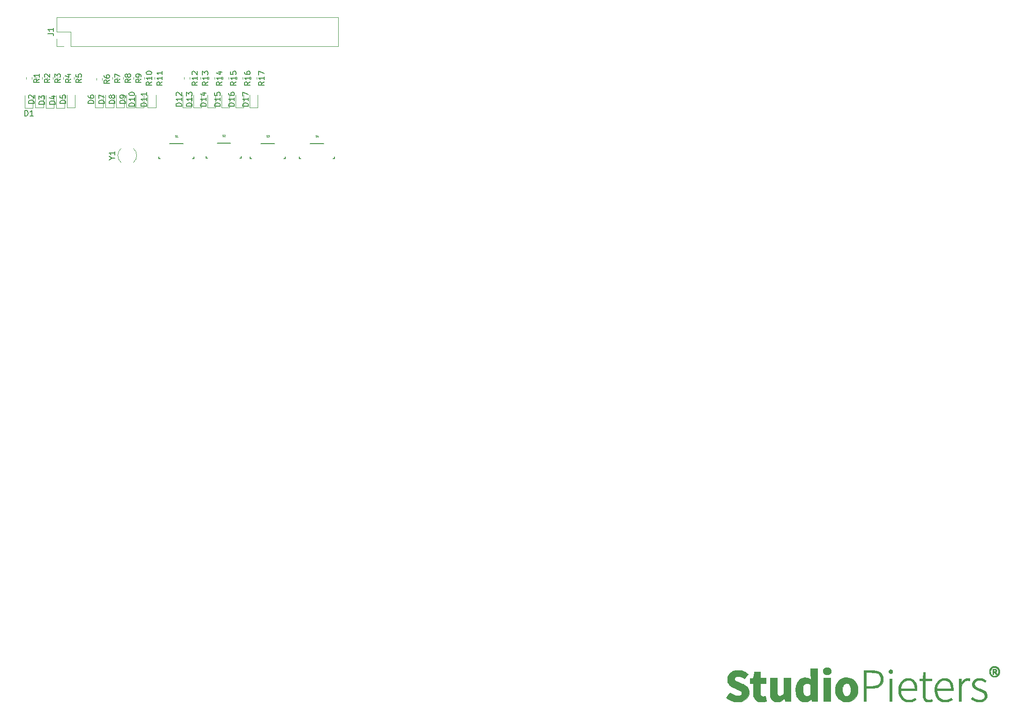
<source format=gbr>
G04 #@! TF.GenerationSoftware,KiCad,Pcbnew,5.1.6-c6e7f7d~87~ubuntu18.04.1*
G04 #@! TF.CreationDate,2020-07-17T19:47:34-05:00*
G04 #@! TF.ProjectId,relojBin,72656c6f-6a42-4696-9e2e-6b696361645f,1.0.8*
G04 #@! TF.SameCoordinates,Original*
G04 #@! TF.FileFunction,Legend,Top*
G04 #@! TF.FilePolarity,Positive*
%FSLAX46Y46*%
G04 Gerber Fmt 4.6, Leading zero omitted, Abs format (unit mm)*
G04 Created by KiCad (PCBNEW 5.1.6-c6e7f7d~87~ubuntu18.04.1) date 2020-07-17 19:47:34*
%MOMM*%
%LPD*%
G01*
G04 APERTURE LIST*
%ADD10C,0.200000*%
%ADD11C,0.120000*%
%ADD12C,0.010000*%
%ADD13C,0.015000*%
%ADD14C,0.150000*%
G04 APERTURE END LIST*
D10*
X102940000Y-72760000D02*
X105340000Y-72760000D01*
X100940000Y-75160000D02*
X100940000Y-75510000D01*
X100940000Y-75510000D02*
X101240000Y-75510000D01*
X107340000Y-75160000D02*
X107340000Y-75510000D01*
X107340000Y-75510000D02*
X107040000Y-75510000D01*
X86095000Y-72675000D02*
X88495000Y-72675000D01*
X84095000Y-75075000D02*
X84095000Y-75425000D01*
X84095000Y-75425000D02*
X84395000Y-75425000D01*
X90495000Y-75075000D02*
X90495000Y-75425000D01*
X90495000Y-75425000D02*
X90195000Y-75425000D01*
X94050000Y-72760000D02*
X96450000Y-72760000D01*
X92050000Y-75160000D02*
X92050000Y-75510000D01*
X92050000Y-75510000D02*
X92350000Y-75510000D01*
X98450000Y-75160000D02*
X98450000Y-75510000D01*
X98450000Y-75510000D02*
X98150000Y-75510000D01*
X77540000Y-72760000D02*
X79940000Y-72760000D01*
X75540000Y-75160000D02*
X75540000Y-75510000D01*
X75540000Y-75510000D02*
X75840000Y-75510000D01*
X81940000Y-75160000D02*
X81940000Y-75510000D01*
X81940000Y-75510000D02*
X81640000Y-75510000D01*
D11*
X70979479Y-73659458D02*
G75*
G02*
X70980088Y-76200000I-1129479J-1270542D01*
G01*
X68720521Y-73659458D02*
G75*
G03*
X68719912Y-76200000I1129479J-1270542D01*
G01*
X93220000Y-60797221D02*
X93220000Y-61122779D01*
X92200000Y-60797221D02*
X92200000Y-61122779D01*
X90680000Y-60797221D02*
X90680000Y-61122779D01*
X89660000Y-60797221D02*
X89660000Y-61122779D01*
X88140000Y-60797221D02*
X88140000Y-61122779D01*
X87120000Y-60797221D02*
X87120000Y-61122779D01*
X85600000Y-60797221D02*
X85600000Y-61122779D01*
X84580000Y-60797221D02*
X84580000Y-61122779D01*
X83060000Y-60797221D02*
X83060000Y-61122779D01*
X82040000Y-60797221D02*
X82040000Y-61122779D01*
X81155000Y-60797221D02*
X81155000Y-61122779D01*
X80135000Y-60797221D02*
X80135000Y-61122779D01*
X74805000Y-60797221D02*
X74805000Y-61122779D01*
X73785000Y-60797221D02*
X73785000Y-61122779D01*
X72900000Y-60797221D02*
X72900000Y-61122779D01*
X71880000Y-60797221D02*
X71880000Y-61122779D01*
X70995000Y-60797221D02*
X70995000Y-61122779D01*
X69975000Y-60797221D02*
X69975000Y-61122779D01*
X69090000Y-60797221D02*
X69090000Y-61122779D01*
X68070000Y-60797221D02*
X68070000Y-61122779D01*
X67185000Y-60797221D02*
X67185000Y-61122779D01*
X66165000Y-60797221D02*
X66165000Y-61122779D01*
X65280000Y-60949721D02*
X65280000Y-61275279D01*
X64260000Y-60949721D02*
X64260000Y-61275279D01*
X60200000Y-60797221D02*
X60200000Y-61122779D01*
X59180000Y-60797221D02*
X59180000Y-61122779D01*
X58295000Y-60797221D02*
X58295000Y-61122779D01*
X57275000Y-60797221D02*
X57275000Y-61122779D01*
X56390000Y-60797221D02*
X56390000Y-61122779D01*
X55370000Y-60797221D02*
X55370000Y-61122779D01*
X54485000Y-60797221D02*
X54485000Y-61122779D01*
X53465000Y-60797221D02*
X53465000Y-61122779D01*
X52580000Y-60797221D02*
X52580000Y-61122779D01*
X51560000Y-60797221D02*
X51560000Y-61122779D01*
X91975000Y-63970000D02*
X91975000Y-66255000D01*
X91975000Y-66255000D02*
X93445000Y-66255000D01*
X93445000Y-66255000D02*
X93445000Y-63970000D01*
X89435000Y-63970000D02*
X89435000Y-66255000D01*
X89435000Y-66255000D02*
X90905000Y-66255000D01*
X90905000Y-66255000D02*
X90905000Y-63970000D01*
X86895000Y-63970000D02*
X86895000Y-66255000D01*
X86895000Y-66255000D02*
X88365000Y-66255000D01*
X88365000Y-66255000D02*
X88365000Y-63970000D01*
X84355000Y-63970000D02*
X84355000Y-66255000D01*
X84355000Y-66255000D02*
X85825000Y-66255000D01*
X85825000Y-66255000D02*
X85825000Y-63970000D01*
X81815000Y-63970000D02*
X81815000Y-66255000D01*
X81815000Y-66255000D02*
X83285000Y-66255000D01*
X83285000Y-66255000D02*
X83285000Y-63970000D01*
X79910000Y-63970000D02*
X79910000Y-66255000D01*
X79910000Y-66255000D02*
X81380000Y-66255000D01*
X81380000Y-66255000D02*
X81380000Y-63970000D01*
X73560000Y-63970000D02*
X73560000Y-66255000D01*
X73560000Y-66255000D02*
X75030000Y-66255000D01*
X75030000Y-66255000D02*
X75030000Y-63970000D01*
X71401000Y-63970000D02*
X71401000Y-66255000D01*
X71401000Y-66255000D02*
X72871000Y-66255000D01*
X72871000Y-66255000D02*
X72871000Y-63970000D01*
X69750000Y-63970000D02*
X69750000Y-66255000D01*
X69750000Y-66255000D02*
X71220000Y-66255000D01*
X71220000Y-66255000D02*
X71220000Y-63970000D01*
X67845000Y-63970000D02*
X67845000Y-66255000D01*
X67845000Y-66255000D02*
X69315000Y-66255000D01*
X69315000Y-66255000D02*
X69315000Y-63970000D01*
X65940000Y-63970000D02*
X65940000Y-66255000D01*
X65940000Y-66255000D02*
X67410000Y-66255000D01*
X67410000Y-66255000D02*
X67410000Y-63970000D01*
X64035000Y-63970000D02*
X64035000Y-66255000D01*
X64035000Y-66255000D02*
X65505000Y-66255000D01*
X65505000Y-66255000D02*
X65505000Y-63970000D01*
X58955000Y-63970000D02*
X58955000Y-66255000D01*
X58955000Y-66255000D02*
X60425000Y-66255000D01*
X60425000Y-66255000D02*
X60425000Y-63970000D01*
X57050000Y-64097000D02*
X57050000Y-66382000D01*
X57050000Y-66382000D02*
X58520000Y-66382000D01*
X58520000Y-66382000D02*
X58520000Y-64097000D01*
X55145000Y-64097000D02*
X55145000Y-66382000D01*
X55145000Y-66382000D02*
X56615000Y-66382000D01*
X56615000Y-66382000D02*
X56615000Y-64097000D01*
X53240000Y-63970000D02*
X53240000Y-66255000D01*
X53240000Y-66255000D02*
X54710000Y-66255000D01*
X54710000Y-66255000D02*
X54710000Y-63970000D01*
X51335000Y-64097000D02*
X51335000Y-66382000D01*
X51335000Y-66382000D02*
X52805000Y-66382000D01*
X52805000Y-66382000D02*
X52805000Y-64097000D01*
X107990000Y-55130000D02*
X107990000Y-49930000D01*
X59670000Y-55130000D02*
X107990000Y-55130000D01*
X57070000Y-49930000D02*
X107990000Y-49930000D01*
X59670000Y-55130000D02*
X59670000Y-52530000D01*
X59670000Y-52530000D02*
X57070000Y-52530000D01*
X57070000Y-52530000D02*
X57070000Y-49930000D01*
X58400000Y-55130000D02*
X57070000Y-55130000D01*
X57070000Y-55130000D02*
X57070000Y-53800000D01*
D12*
G36*
X180521126Y-168101649D02*
G01*
X180860110Y-168150602D01*
X181181112Y-168245930D01*
X181494328Y-168390125D01*
X181599014Y-168449628D01*
X181702947Y-168516188D01*
X181809602Y-168592385D01*
X181908596Y-168669788D01*
X181989549Y-168739963D01*
X182042080Y-168794477D01*
X182056667Y-168821374D01*
X182039734Y-168850356D01*
X181993605Y-168913410D01*
X181925286Y-169001930D01*
X181841782Y-169107311D01*
X181750099Y-169220948D01*
X181657243Y-169334233D01*
X181570220Y-169438561D01*
X181496033Y-169525327D01*
X181441691Y-169585924D01*
X181414197Y-169611747D01*
X181412976Y-169612101D01*
X181380509Y-169597389D01*
X181317872Y-169559691D01*
X181266444Y-169525887D01*
X181036785Y-169390090D01*
X180802095Y-169287945D01*
X180569338Y-169220092D01*
X180345476Y-169187173D01*
X180137473Y-169189828D01*
X179952293Y-169228698D01*
X179796898Y-169304426D01*
X179707194Y-169382321D01*
X179619623Y-169513405D01*
X179586927Y-169647924D01*
X179608201Y-169780676D01*
X179682539Y-169906463D01*
X179809037Y-170020086D01*
X179819474Y-170027216D01*
X179884087Y-170063608D01*
X179991910Y-170116376D01*
X180133603Y-170181299D01*
X180299825Y-170254157D01*
X180481234Y-170330727D01*
X180587602Y-170374314D01*
X180778273Y-170452577D01*
X180963652Y-170530522D01*
X181133266Y-170603605D01*
X181276646Y-170667283D01*
X181383322Y-170717016D01*
X181420002Y-170735431D01*
X181661007Y-170892188D01*
X181864179Y-171087044D01*
X182025287Y-171314159D01*
X182140102Y-171567687D01*
X182200351Y-171813556D01*
X182221634Y-172123610D01*
X182190292Y-172418945D01*
X182109033Y-172695965D01*
X181980569Y-172951078D01*
X181807609Y-173180690D01*
X181592865Y-173381208D01*
X181339047Y-173549038D01*
X181048865Y-173680587D01*
X180725030Y-173772260D01*
X180722580Y-173772768D01*
X180545178Y-173798539D01*
X180330871Y-173812819D01*
X180097982Y-173815766D01*
X179864836Y-173807540D01*
X179649756Y-173788299D01*
X179488444Y-173762055D01*
X179094464Y-173649974D01*
X178720486Y-173487779D01*
X178374315Y-173279005D01*
X178296056Y-173222223D01*
X178183139Y-173129684D01*
X178119881Y-173059279D01*
X178105556Y-173021573D01*
X178122417Y-172987809D01*
X178168544Y-172919926D01*
X178237255Y-172826322D01*
X178321866Y-172715398D01*
X178415695Y-172595553D01*
X178512057Y-172475187D01*
X178604270Y-172362699D01*
X178685650Y-172266489D01*
X178749515Y-172194956D01*
X178789182Y-172156500D01*
X178797260Y-172152222D01*
X178824399Y-172168086D01*
X178883154Y-172209621D01*
X178958705Y-172266242D01*
X179091477Y-172356195D01*
X179256296Y-172450402D01*
X179434753Y-172539760D01*
X179608439Y-172615165D01*
X179758944Y-172667515D01*
X179783652Y-172674167D01*
X179975673Y-172707643D01*
X180175741Y-172716339D01*
X180370175Y-172701698D01*
X180545296Y-172665164D01*
X180687423Y-172608182D01*
X180741016Y-172573123D01*
X180837190Y-172463808D01*
X180893143Y-172327642D01*
X180905439Y-172180583D01*
X180870644Y-172038588D01*
X180860573Y-172017591D01*
X180826552Y-171963398D01*
X180779073Y-171911512D01*
X180712470Y-171858688D01*
X180621077Y-171801679D01*
X180499227Y-171737239D01*
X180341255Y-171662121D01*
X180141494Y-171573080D01*
X179913799Y-171475166D01*
X179656106Y-171364432D01*
X179444262Y-171270288D01*
X179271496Y-171188899D01*
X179131038Y-171116430D01*
X179016117Y-171049044D01*
X178919962Y-170982908D01*
X178835803Y-170914184D01*
X178756870Y-170839038D01*
X178716179Y-170796722D01*
X178552638Y-170600414D01*
X178435315Y-170405151D01*
X178356037Y-170196896D01*
X178346373Y-170161569D01*
X178320746Y-170017851D01*
X178307193Y-169843611D01*
X178305838Y-169659999D01*
X178316806Y-169488163D01*
X178340221Y-169349251D01*
X178341570Y-169344111D01*
X178439570Y-169084116D01*
X178586604Y-168841855D01*
X178776163Y-168625021D01*
X179001736Y-168441309D01*
X179206222Y-168322143D01*
X179389105Y-168238740D01*
X179555815Y-168178783D01*
X179724109Y-168138047D01*
X179911749Y-168112305D01*
X180136491Y-168097330D01*
X180153964Y-168096580D01*
X180521126Y-168101649D01*
G37*
X180521126Y-168101649D02*
X180860110Y-168150602D01*
X181181112Y-168245930D01*
X181494328Y-168390125D01*
X181599014Y-168449628D01*
X181702947Y-168516188D01*
X181809602Y-168592385D01*
X181908596Y-168669788D01*
X181989549Y-168739963D01*
X182042080Y-168794477D01*
X182056667Y-168821374D01*
X182039734Y-168850356D01*
X181993605Y-168913410D01*
X181925286Y-169001930D01*
X181841782Y-169107311D01*
X181750099Y-169220948D01*
X181657243Y-169334233D01*
X181570220Y-169438561D01*
X181496033Y-169525327D01*
X181441691Y-169585924D01*
X181414197Y-169611747D01*
X181412976Y-169612101D01*
X181380509Y-169597389D01*
X181317872Y-169559691D01*
X181266444Y-169525887D01*
X181036785Y-169390090D01*
X180802095Y-169287945D01*
X180569338Y-169220092D01*
X180345476Y-169187173D01*
X180137473Y-169189828D01*
X179952293Y-169228698D01*
X179796898Y-169304426D01*
X179707194Y-169382321D01*
X179619623Y-169513405D01*
X179586927Y-169647924D01*
X179608201Y-169780676D01*
X179682539Y-169906463D01*
X179809037Y-170020086D01*
X179819474Y-170027216D01*
X179884087Y-170063608D01*
X179991910Y-170116376D01*
X180133603Y-170181299D01*
X180299825Y-170254157D01*
X180481234Y-170330727D01*
X180587602Y-170374314D01*
X180778273Y-170452577D01*
X180963652Y-170530522D01*
X181133266Y-170603605D01*
X181276646Y-170667283D01*
X181383322Y-170717016D01*
X181420002Y-170735431D01*
X181661007Y-170892188D01*
X181864179Y-171087044D01*
X182025287Y-171314159D01*
X182140102Y-171567687D01*
X182200351Y-171813556D01*
X182221634Y-172123610D01*
X182190292Y-172418945D01*
X182109033Y-172695965D01*
X181980569Y-172951078D01*
X181807609Y-173180690D01*
X181592865Y-173381208D01*
X181339047Y-173549038D01*
X181048865Y-173680587D01*
X180725030Y-173772260D01*
X180722580Y-173772768D01*
X180545178Y-173798539D01*
X180330871Y-173812819D01*
X180097982Y-173815766D01*
X179864836Y-173807540D01*
X179649756Y-173788299D01*
X179488444Y-173762055D01*
X179094464Y-173649974D01*
X178720486Y-173487779D01*
X178374315Y-173279005D01*
X178296056Y-173222223D01*
X178183139Y-173129684D01*
X178119881Y-173059279D01*
X178105556Y-173021573D01*
X178122417Y-172987809D01*
X178168544Y-172919926D01*
X178237255Y-172826322D01*
X178321866Y-172715398D01*
X178415695Y-172595553D01*
X178512057Y-172475187D01*
X178604270Y-172362699D01*
X178685650Y-172266489D01*
X178749515Y-172194956D01*
X178789182Y-172156500D01*
X178797260Y-172152222D01*
X178824399Y-172168086D01*
X178883154Y-172209621D01*
X178958705Y-172266242D01*
X179091477Y-172356195D01*
X179256296Y-172450402D01*
X179434753Y-172539760D01*
X179608439Y-172615165D01*
X179758944Y-172667515D01*
X179783652Y-172674167D01*
X179975673Y-172707643D01*
X180175741Y-172716339D01*
X180370175Y-172701698D01*
X180545296Y-172665164D01*
X180687423Y-172608182D01*
X180741016Y-172573123D01*
X180837190Y-172463808D01*
X180893143Y-172327642D01*
X180905439Y-172180583D01*
X180870644Y-172038588D01*
X180860573Y-172017591D01*
X180826552Y-171963398D01*
X180779073Y-171911512D01*
X180712470Y-171858688D01*
X180621077Y-171801679D01*
X180499227Y-171737239D01*
X180341255Y-171662121D01*
X180141494Y-171573080D01*
X179913799Y-171475166D01*
X179656106Y-171364432D01*
X179444262Y-171270288D01*
X179271496Y-171188899D01*
X179131038Y-171116430D01*
X179016117Y-171049044D01*
X178919962Y-170982908D01*
X178835803Y-170914184D01*
X178756870Y-170839038D01*
X178716179Y-170796722D01*
X178552638Y-170600414D01*
X178435315Y-170405151D01*
X178356037Y-170196896D01*
X178346373Y-170161569D01*
X178320746Y-170017851D01*
X178307193Y-169843611D01*
X178305838Y-169659999D01*
X178316806Y-169488163D01*
X178340221Y-169349251D01*
X178341570Y-169344111D01*
X178439570Y-169084116D01*
X178586604Y-168841855D01*
X178776163Y-168625021D01*
X179001736Y-168441309D01*
X179206222Y-168322143D01*
X179389105Y-168238740D01*
X179555815Y-168178783D01*
X179724109Y-168138047D01*
X179911749Y-168112305D01*
X180136491Y-168097330D01*
X180153964Y-168096580D01*
X180521126Y-168101649D01*
G36*
X184229778Y-169499333D02*
G01*
X185245778Y-169499333D01*
X185245778Y-170515333D01*
X184225772Y-170515333D01*
X184235724Y-171467833D01*
X184238792Y-171738904D01*
X184242306Y-171959724D01*
X184247081Y-172136485D01*
X184253931Y-172275381D01*
X184263669Y-172382603D01*
X184277109Y-172464344D01*
X184295066Y-172526798D01*
X184318354Y-172576155D01*
X184347786Y-172618609D01*
X184384177Y-172660352D01*
X184393851Y-172670754D01*
X184523634Y-172771559D01*
X184677475Y-172821765D01*
X184855932Y-172821478D01*
X185008459Y-172787528D01*
X185090488Y-172763496D01*
X185148299Y-172748139D01*
X185163632Y-172745194D01*
X185177627Y-172771050D01*
X185198065Y-172841567D01*
X185222831Y-172945613D01*
X185249807Y-173072059D01*
X185276878Y-173209772D01*
X185301927Y-173347623D01*
X185322837Y-173474481D01*
X185337494Y-173579214D01*
X185343779Y-173650691D01*
X185340820Y-173677136D01*
X185302517Y-173695010D01*
X185222973Y-173719870D01*
X185116272Y-173747533D01*
X185060927Y-173760273D01*
X184892492Y-173788465D01*
X184696361Y-173806912D01*
X184488377Y-173815443D01*
X184284379Y-173813885D01*
X184100208Y-173802065D01*
X183951706Y-173779811D01*
X183922286Y-173772671D01*
X183677684Y-173680019D01*
X183467379Y-173542751D01*
X183291207Y-173360693D01*
X183149006Y-173133670D01*
X183040610Y-172861508D01*
X183026874Y-172815445D01*
X183013919Y-172762861D01*
X183003186Y-172700083D01*
X182994381Y-172621064D01*
X182987210Y-172519754D01*
X182981377Y-172390106D01*
X182976589Y-172226070D01*
X182972551Y-172021599D01*
X182968968Y-171770644D01*
X182966755Y-171580722D01*
X182955088Y-170515333D01*
X182395333Y-170515333D01*
X182395333Y-169561074D01*
X182529389Y-169545508D01*
X182632925Y-169534225D01*
X182759870Y-169521393D01*
X182848957Y-169512925D01*
X183034470Y-169495909D01*
X183098026Y-168982566D01*
X183119101Y-168815661D01*
X183138783Y-168665897D01*
X183155708Y-168543197D01*
X183168510Y-168457485D01*
X183175470Y-168419833D01*
X183184912Y-168402339D01*
X183207075Y-168389510D01*
X183249641Y-168380635D01*
X183320293Y-168375004D01*
X183426712Y-168371906D01*
X183576581Y-168370632D01*
X183709568Y-168370445D01*
X184229778Y-168370445D01*
X184229778Y-169499333D01*
G37*
X184229778Y-169499333D02*
X185245778Y-169499333D01*
X185245778Y-170515333D01*
X184225772Y-170515333D01*
X184235724Y-171467833D01*
X184238792Y-171738904D01*
X184242306Y-171959724D01*
X184247081Y-172136485D01*
X184253931Y-172275381D01*
X184263669Y-172382603D01*
X184277109Y-172464344D01*
X184295066Y-172526798D01*
X184318354Y-172576155D01*
X184347786Y-172618609D01*
X184384177Y-172660352D01*
X184393851Y-172670754D01*
X184523634Y-172771559D01*
X184677475Y-172821765D01*
X184855932Y-172821478D01*
X185008459Y-172787528D01*
X185090488Y-172763496D01*
X185148299Y-172748139D01*
X185163632Y-172745194D01*
X185177627Y-172771050D01*
X185198065Y-172841567D01*
X185222831Y-172945613D01*
X185249807Y-173072059D01*
X185276878Y-173209772D01*
X185301927Y-173347623D01*
X185322837Y-173474481D01*
X185337494Y-173579214D01*
X185343779Y-173650691D01*
X185340820Y-173677136D01*
X185302517Y-173695010D01*
X185222973Y-173719870D01*
X185116272Y-173747533D01*
X185060927Y-173760273D01*
X184892492Y-173788465D01*
X184696361Y-173806912D01*
X184488377Y-173815443D01*
X184284379Y-173813885D01*
X184100208Y-173802065D01*
X183951706Y-173779811D01*
X183922286Y-173772671D01*
X183677684Y-173680019D01*
X183467379Y-173542751D01*
X183291207Y-173360693D01*
X183149006Y-173133670D01*
X183040610Y-172861508D01*
X183026874Y-172815445D01*
X183013919Y-172762861D01*
X183003186Y-172700083D01*
X182994381Y-172621064D01*
X182987210Y-172519754D01*
X182981377Y-172390106D01*
X182976589Y-172226070D01*
X182972551Y-172021599D01*
X182968968Y-171770644D01*
X182966755Y-171580722D01*
X182955088Y-170515333D01*
X182395333Y-170515333D01*
X182395333Y-169561074D01*
X182529389Y-169545508D01*
X182632925Y-169534225D01*
X182759870Y-169521393D01*
X182848957Y-169512925D01*
X183034470Y-169495909D01*
X183098026Y-168982566D01*
X183119101Y-168815661D01*
X183138783Y-168665897D01*
X183155708Y-168543197D01*
X183168510Y-168457485D01*
X183175470Y-168419833D01*
X183184912Y-168402339D01*
X183207075Y-168389510D01*
X183249641Y-168380635D01*
X183320293Y-168375004D01*
X183426712Y-168371906D01*
X183576581Y-168370632D01*
X183709568Y-168370445D01*
X184229778Y-168370445D01*
X184229778Y-169499333D01*
G36*
X187291889Y-172363889D02*
G01*
X187359570Y-172501381D01*
X187446642Y-172625408D01*
X187564680Y-172704123D01*
X187716115Y-172738700D01*
X187847109Y-172736931D01*
X188024110Y-172698712D01*
X188186285Y-172614905D01*
X188341782Y-172480874D01*
X188390200Y-172428064D01*
X188519556Y-172280192D01*
X188519556Y-169499333D01*
X189789556Y-169499333D01*
X189789556Y-173732667D01*
X189270464Y-173732667D01*
X189076215Y-173731717D01*
X188932290Y-173728590D01*
X188832596Y-173722871D01*
X188771041Y-173714143D01*
X188741531Y-173701991D01*
X188737415Y-173696295D01*
X188727465Y-173653345D01*
X188712711Y-173569396D01*
X188695701Y-173459413D01*
X188688212Y-173407017D01*
X188652965Y-173154111D01*
X188450243Y-173352075D01*
X188215884Y-173549114D01*
X187969498Y-173693084D01*
X187759489Y-173772308D01*
X187610012Y-173801568D01*
X187426550Y-173815693D01*
X187229410Y-173814982D01*
X187038903Y-173799735D01*
X186875334Y-173770248D01*
X186834703Y-173758718D01*
X186615949Y-173661133D01*
X186429530Y-173517481D01*
X186275762Y-173328180D01*
X186154964Y-173093648D01*
X186067451Y-172814303D01*
X186047623Y-172721240D01*
X186038301Y-172660783D01*
X186030448Y-172581302D01*
X186023960Y-172478282D01*
X186018731Y-172347205D01*
X186014656Y-172183553D01*
X186011631Y-171982811D01*
X186009550Y-171740461D01*
X186008309Y-171451985D01*
X186007802Y-171112868D01*
X186007778Y-171006740D01*
X186007778Y-169499333D01*
X187275811Y-169499333D01*
X187291889Y-172363889D01*
G37*
X187291889Y-172363889D02*
X187359570Y-172501381D01*
X187446642Y-172625408D01*
X187564680Y-172704123D01*
X187716115Y-172738700D01*
X187847109Y-172736931D01*
X188024110Y-172698712D01*
X188186285Y-172614905D01*
X188341782Y-172480874D01*
X188390200Y-172428064D01*
X188519556Y-172280192D01*
X188519556Y-169499333D01*
X189789556Y-169499333D01*
X189789556Y-173732667D01*
X189270464Y-173732667D01*
X189076215Y-173731717D01*
X188932290Y-173728590D01*
X188832596Y-173722871D01*
X188771041Y-173714143D01*
X188741531Y-173701991D01*
X188737415Y-173696295D01*
X188727465Y-173653345D01*
X188712711Y-173569396D01*
X188695701Y-173459413D01*
X188688212Y-173407017D01*
X188652965Y-173154111D01*
X188450243Y-173352075D01*
X188215884Y-173549114D01*
X187969498Y-173693084D01*
X187759489Y-173772308D01*
X187610012Y-173801568D01*
X187426550Y-173815693D01*
X187229410Y-173814982D01*
X187038903Y-173799735D01*
X186875334Y-173770248D01*
X186834703Y-173758718D01*
X186615949Y-173661133D01*
X186429530Y-173517481D01*
X186275762Y-173328180D01*
X186154964Y-173093648D01*
X186067451Y-172814303D01*
X186047623Y-172721240D01*
X186038301Y-172660783D01*
X186030448Y-172581302D01*
X186023960Y-172478282D01*
X186018731Y-172347205D01*
X186014656Y-172183553D01*
X186011631Y-171982811D01*
X186009550Y-171740461D01*
X186008309Y-171451985D01*
X186007802Y-171112868D01*
X186007778Y-171006740D01*
X186007778Y-169499333D01*
X187275811Y-169499333D01*
X187291889Y-172363889D01*
G36*
X194615556Y-173732667D02*
G01*
X193576459Y-173732667D01*
X193541154Y-173535111D01*
X193522486Y-173438317D01*
X193506289Y-173367885D01*
X193495815Y-173337806D01*
X193495235Y-173337556D01*
X193469434Y-173353457D01*
X193410546Y-173395620D01*
X193330099Y-173455734D01*
X193309254Y-173471611D01*
X193191073Y-173553146D01*
X193051102Y-173637077D01*
X192922222Y-173703967D01*
X192828132Y-173746162D01*
X192751132Y-173774474D01*
X192675135Y-173791966D01*
X192584050Y-173801698D01*
X192461789Y-173806731D01*
X192371889Y-173808672D01*
X192163319Y-173807508D01*
X191999967Y-173795591D01*
X191897510Y-173776373D01*
X191637246Y-173673657D01*
X191395950Y-173522403D01*
X191181539Y-173329427D01*
X191001929Y-173101543D01*
X190895971Y-172914222D01*
X190815533Y-172736946D01*
X190754286Y-172575291D01*
X190709807Y-172416694D01*
X190679674Y-172248595D01*
X190661464Y-172058432D01*
X190652754Y-171833643D01*
X190651005Y-171644222D01*
X190651137Y-171581795D01*
X191938515Y-171581795D01*
X191942404Y-171755921D01*
X191974656Y-172044375D01*
X192038256Y-172286561D01*
X192133090Y-172482227D01*
X192259041Y-172631117D01*
X192381836Y-172716229D01*
X192498713Y-172755152D01*
X192645677Y-172771972D01*
X192800847Y-172766611D01*
X192942339Y-172738989D01*
X192997521Y-172718462D01*
X193086090Y-172666129D01*
X193182311Y-172591501D01*
X193230354Y-172546345D01*
X193345556Y-172427638D01*
X193345556Y-171566319D01*
X193345848Y-171319778D01*
X193345763Y-171123244D01*
X193343858Y-170970292D01*
X193338692Y-170854497D01*
X193328821Y-170769430D01*
X193312803Y-170708668D01*
X193289196Y-170665783D01*
X193256557Y-170634349D01*
X193213444Y-170607939D01*
X193158414Y-170580129D01*
X193119778Y-170560464D01*
X193023714Y-170516136D01*
X192930072Y-170482042D01*
X192899003Y-170473784D01*
X192691674Y-170452879D01*
X192505559Y-170482503D01*
X192342519Y-170560165D01*
X192204412Y-170683371D01*
X192093099Y-170849630D01*
X192010438Y-171056449D01*
X191958290Y-171301334D01*
X191938515Y-171581795D01*
X190651137Y-171581795D01*
X190651423Y-171446798D01*
X190653790Y-171294756D01*
X190659021Y-171177041D01*
X190668033Y-171082601D01*
X190681742Y-171000382D01*
X190701063Y-170919330D01*
X190715313Y-170868111D01*
X190836048Y-170531369D01*
X190992955Y-170232209D01*
X191183892Y-169973796D01*
X191406718Y-169759293D01*
X191524093Y-169673045D01*
X191750209Y-169542264D01*
X191973342Y-169458582D01*
X192211070Y-169416533D01*
X192373309Y-169408974D01*
X192654639Y-169428082D01*
X192903944Y-169490653D01*
X193127802Y-169598971D01*
X193308513Y-169733543D01*
X193410339Y-169822947D01*
X193391322Y-169724640D01*
X193386189Y-169672996D01*
X193380520Y-169572483D01*
X193374581Y-169430672D01*
X193368641Y-169255133D01*
X193362965Y-169053438D01*
X193357822Y-168833155D01*
X193355229Y-168702056D01*
X193338153Y-167777778D01*
X194615556Y-167777778D01*
X194615556Y-173732667D01*
G37*
X194615556Y-173732667D02*
X193576459Y-173732667D01*
X193541154Y-173535111D01*
X193522486Y-173438317D01*
X193506289Y-173367885D01*
X193495815Y-173337806D01*
X193495235Y-173337556D01*
X193469434Y-173353457D01*
X193410546Y-173395620D01*
X193330099Y-173455734D01*
X193309254Y-173471611D01*
X193191073Y-173553146D01*
X193051102Y-173637077D01*
X192922222Y-173703967D01*
X192828132Y-173746162D01*
X192751132Y-173774474D01*
X192675135Y-173791966D01*
X192584050Y-173801698D01*
X192461789Y-173806731D01*
X192371889Y-173808672D01*
X192163319Y-173807508D01*
X191999967Y-173795591D01*
X191897510Y-173776373D01*
X191637246Y-173673657D01*
X191395950Y-173522403D01*
X191181539Y-173329427D01*
X191001929Y-173101543D01*
X190895971Y-172914222D01*
X190815533Y-172736946D01*
X190754286Y-172575291D01*
X190709807Y-172416694D01*
X190679674Y-172248595D01*
X190661464Y-172058432D01*
X190652754Y-171833643D01*
X190651005Y-171644222D01*
X190651137Y-171581795D01*
X191938515Y-171581795D01*
X191942404Y-171755921D01*
X191974656Y-172044375D01*
X192038256Y-172286561D01*
X192133090Y-172482227D01*
X192259041Y-172631117D01*
X192381836Y-172716229D01*
X192498713Y-172755152D01*
X192645677Y-172771972D01*
X192800847Y-172766611D01*
X192942339Y-172738989D01*
X192997521Y-172718462D01*
X193086090Y-172666129D01*
X193182311Y-172591501D01*
X193230354Y-172546345D01*
X193345556Y-172427638D01*
X193345556Y-171566319D01*
X193345848Y-171319778D01*
X193345763Y-171123244D01*
X193343858Y-170970292D01*
X193338692Y-170854497D01*
X193328821Y-170769430D01*
X193312803Y-170708668D01*
X193289196Y-170665783D01*
X193256557Y-170634349D01*
X193213444Y-170607939D01*
X193158414Y-170580129D01*
X193119778Y-170560464D01*
X193023714Y-170516136D01*
X192930072Y-170482042D01*
X192899003Y-170473784D01*
X192691674Y-170452879D01*
X192505559Y-170482503D01*
X192342519Y-170560165D01*
X192204412Y-170683371D01*
X192093099Y-170849630D01*
X192010438Y-171056449D01*
X191958290Y-171301334D01*
X191938515Y-171581795D01*
X190651137Y-171581795D01*
X190651423Y-171446798D01*
X190653790Y-171294756D01*
X190659021Y-171177041D01*
X190668033Y-171082601D01*
X190681742Y-171000382D01*
X190701063Y-170919330D01*
X190715313Y-170868111D01*
X190836048Y-170531369D01*
X190992955Y-170232209D01*
X191183892Y-169973796D01*
X191406718Y-169759293D01*
X191524093Y-169673045D01*
X191750209Y-169542264D01*
X191973342Y-169458582D01*
X192211070Y-169416533D01*
X192373309Y-169408974D01*
X192654639Y-169428082D01*
X192903944Y-169490653D01*
X193127802Y-169598971D01*
X193308513Y-169733543D01*
X193410339Y-169822947D01*
X193391322Y-169724640D01*
X193386189Y-169672996D01*
X193380520Y-169572483D01*
X193374581Y-169430672D01*
X193368641Y-169255133D01*
X193362965Y-169053438D01*
X193357822Y-168833155D01*
X193355229Y-168702056D01*
X193338153Y-167777778D01*
X194615556Y-167777778D01*
X194615556Y-173732667D01*
G36*
X200196685Y-169436754D02*
G01*
X200519995Y-169513480D01*
X200817789Y-169638600D01*
X201087147Y-169809861D01*
X201325147Y-170025007D01*
X201528871Y-170281784D01*
X201695397Y-170577937D01*
X201821805Y-170911212D01*
X201829883Y-170938667D01*
X201850117Y-171019337D01*
X201864576Y-171106403D01*
X201874082Y-171210873D01*
X201879457Y-171343753D01*
X201881524Y-171516051D01*
X201881552Y-171630111D01*
X201880606Y-171814927D01*
X201877944Y-171955080D01*
X201872303Y-172062352D01*
X201862419Y-172148524D01*
X201847031Y-172225375D01*
X201824874Y-172304687D01*
X201801369Y-172378000D01*
X201666537Y-172707479D01*
X201492398Y-172999187D01*
X201281226Y-173250906D01*
X201035296Y-173460422D01*
X200756882Y-173625519D01*
X200448261Y-173743979D01*
X200379779Y-173762736D01*
X200180251Y-173798578D01*
X199949651Y-173815717D01*
X199709663Y-173814201D01*
X199481971Y-173794073D01*
X199306922Y-173760463D01*
X199000134Y-173651264D01*
X198715517Y-173491651D01*
X198459801Y-173285503D01*
X198426972Y-173253431D01*
X198212505Y-173008655D01*
X198045276Y-172748053D01*
X197923010Y-172465692D01*
X197843433Y-172155637D01*
X197804270Y-171811957D01*
X197799120Y-171616000D01*
X197805474Y-171492976D01*
X199109666Y-171492976D01*
X199112132Y-171812474D01*
X199148959Y-172089266D01*
X199219952Y-172322657D01*
X199324911Y-172511951D01*
X199433114Y-172631095D01*
X199584467Y-172736014D01*
X199744085Y-172787974D01*
X199920320Y-172788895D01*
X200028663Y-172768014D01*
X200171363Y-172705172D01*
X200304864Y-172595941D01*
X200419692Y-172450375D01*
X200506371Y-172278527D01*
X200516689Y-172250152D01*
X200543352Y-172167057D01*
X200562035Y-172089544D01*
X200574116Y-172004730D01*
X200580973Y-171899733D01*
X200583987Y-171761672D01*
X200584556Y-171616000D01*
X200583654Y-171441525D01*
X200580029Y-171310597D01*
X200572303Y-171210335D01*
X200559097Y-171127856D01*
X200539033Y-171050279D01*
X200516689Y-170981848D01*
X200429541Y-170795468D01*
X200311061Y-170641105D01*
X200168941Y-170526669D01*
X200010874Y-170460064D01*
X200008510Y-170459491D01*
X199821447Y-170437027D01*
X199653985Y-170466200D01*
X199500178Y-170548754D01*
X199398441Y-170638222D01*
X199290811Y-170769468D01*
X199211154Y-170918528D01*
X199156166Y-171095181D01*
X199122544Y-171309205D01*
X199109666Y-171492976D01*
X197805474Y-171492976D01*
X197817872Y-171252968D01*
X197875696Y-170926653D01*
X197974947Y-170630902D01*
X198117980Y-170359563D01*
X198307149Y-170106483D01*
X198425556Y-169979023D01*
X198674197Y-169765779D01*
X198947186Y-169602876D01*
X199245666Y-169489857D01*
X199570780Y-169426267D01*
X199850778Y-169410678D01*
X200196685Y-169436754D01*
G37*
X200196685Y-169436754D02*
X200519995Y-169513480D01*
X200817789Y-169638600D01*
X201087147Y-169809861D01*
X201325147Y-170025007D01*
X201528871Y-170281784D01*
X201695397Y-170577937D01*
X201821805Y-170911212D01*
X201829883Y-170938667D01*
X201850117Y-171019337D01*
X201864576Y-171106403D01*
X201874082Y-171210873D01*
X201879457Y-171343753D01*
X201881524Y-171516051D01*
X201881552Y-171630111D01*
X201880606Y-171814927D01*
X201877944Y-171955080D01*
X201872303Y-172062352D01*
X201862419Y-172148524D01*
X201847031Y-172225375D01*
X201824874Y-172304687D01*
X201801369Y-172378000D01*
X201666537Y-172707479D01*
X201492398Y-172999187D01*
X201281226Y-173250906D01*
X201035296Y-173460422D01*
X200756882Y-173625519D01*
X200448261Y-173743979D01*
X200379779Y-173762736D01*
X200180251Y-173798578D01*
X199949651Y-173815717D01*
X199709663Y-173814201D01*
X199481971Y-173794073D01*
X199306922Y-173760463D01*
X199000134Y-173651264D01*
X198715517Y-173491651D01*
X198459801Y-173285503D01*
X198426972Y-173253431D01*
X198212505Y-173008655D01*
X198045276Y-172748053D01*
X197923010Y-172465692D01*
X197843433Y-172155637D01*
X197804270Y-171811957D01*
X197799120Y-171616000D01*
X197805474Y-171492976D01*
X199109666Y-171492976D01*
X199112132Y-171812474D01*
X199148959Y-172089266D01*
X199219952Y-172322657D01*
X199324911Y-172511951D01*
X199433114Y-172631095D01*
X199584467Y-172736014D01*
X199744085Y-172787974D01*
X199920320Y-172788895D01*
X200028663Y-172768014D01*
X200171363Y-172705172D01*
X200304864Y-172595941D01*
X200419692Y-172450375D01*
X200506371Y-172278527D01*
X200516689Y-172250152D01*
X200543352Y-172167057D01*
X200562035Y-172089544D01*
X200574116Y-172004730D01*
X200580973Y-171899733D01*
X200583987Y-171761672D01*
X200584556Y-171616000D01*
X200583654Y-171441525D01*
X200580029Y-171310597D01*
X200572303Y-171210335D01*
X200559097Y-171127856D01*
X200539033Y-171050279D01*
X200516689Y-170981848D01*
X200429541Y-170795468D01*
X200311061Y-170641105D01*
X200168941Y-170526669D01*
X200010874Y-170460064D01*
X200008510Y-170459491D01*
X199821447Y-170437027D01*
X199653985Y-170466200D01*
X199500178Y-170548754D01*
X199398441Y-170638222D01*
X199290811Y-170769468D01*
X199211154Y-170918528D01*
X199156166Y-171095181D01*
X199122544Y-171309205D01*
X199109666Y-171492976D01*
X197805474Y-171492976D01*
X197817872Y-171252968D01*
X197875696Y-170926653D01*
X197974947Y-170630902D01*
X198117980Y-170359563D01*
X198307149Y-170106483D01*
X198425556Y-169979023D01*
X198674197Y-169765779D01*
X198947186Y-169602876D01*
X199245666Y-169489857D01*
X199570780Y-169426267D01*
X199850778Y-169410678D01*
X200196685Y-169436754D01*
G36*
X211153778Y-169542098D02*
G01*
X211447123Y-169593474D01*
X211710228Y-169691916D01*
X211941377Y-169836257D01*
X212138855Y-170025333D01*
X212300946Y-170257979D01*
X212352243Y-170356187D01*
X212429370Y-170534394D01*
X212484553Y-170708588D01*
X212520756Y-170893777D01*
X212540941Y-171104969D01*
X212548012Y-171347889D01*
X212550778Y-171743000D01*
X211090278Y-171750310D01*
X209629778Y-171757619D01*
X209629975Y-171877310D01*
X209636846Y-171962589D01*
X209654851Y-172079668D01*
X209680386Y-172205860D01*
X209685928Y-172229561D01*
X209782530Y-172528664D01*
X209918009Y-172791550D01*
X210088410Y-173015696D01*
X210289780Y-173198575D01*
X210518167Y-173337661D01*
X210769617Y-173430431D01*
X211040177Y-173474357D01*
X211325893Y-173466915D01*
X211555779Y-173424069D01*
X211775365Y-173353734D01*
X211984231Y-173260704D01*
X212150236Y-173161524D01*
X212204953Y-173126862D01*
X212235536Y-173114956D01*
X212236936Y-173115755D01*
X212269386Y-173166862D01*
X212310860Y-173240819D01*
X212351970Y-173319639D01*
X212383330Y-173385334D01*
X212395556Y-173419691D01*
X212370985Y-173446550D01*
X212304492Y-173488458D01*
X212206908Y-173540383D01*
X212089063Y-173597294D01*
X211961786Y-173654159D01*
X211835907Y-173705946D01*
X211722257Y-173747624D01*
X211633556Y-173773724D01*
X211496662Y-173795958D01*
X211325194Y-173809585D01*
X211136490Y-173814621D01*
X210947890Y-173811080D01*
X210776732Y-173798977D01*
X210640356Y-173778327D01*
X210617556Y-173772853D01*
X210337383Y-173671172D01*
X210074306Y-173521054D01*
X209837157Y-173329722D01*
X209634764Y-173104402D01*
X209475960Y-172852318D01*
X209464591Y-172829556D01*
X209336787Y-172511612D01*
X209253648Y-172177726D01*
X209214261Y-171835332D01*
X209217712Y-171491867D01*
X209236483Y-171352403D01*
X209629778Y-171352403D01*
X209629778Y-171418445D01*
X212169778Y-171418445D01*
X212169778Y-171239515D01*
X212155536Y-171061478D01*
X212116763Y-170860388D01*
X212059393Y-170660709D01*
X211989357Y-170486908D01*
X211985319Y-170478715D01*
X211856614Y-170280569D01*
X211690647Y-170120193D01*
X211494471Y-170000396D01*
X211275138Y-169923988D01*
X211039702Y-169893779D01*
X210795217Y-169912580D01*
X210651403Y-169947244D01*
X210418348Y-170047056D01*
X210204956Y-170197096D01*
X210015807Y-170393196D01*
X209855480Y-170631194D01*
X209814486Y-170708540D01*
X209769285Y-170813755D01*
X209723327Y-170945255D01*
X209681691Y-171085338D01*
X209649455Y-171216299D01*
X209631697Y-171320438D01*
X209629778Y-171352403D01*
X209236483Y-171352403D01*
X209263086Y-171154763D01*
X209349470Y-170831457D01*
X209475950Y-170529382D01*
X209641611Y-170255974D01*
X209805175Y-170059294D01*
X210038399Y-169854787D01*
X210296139Y-169699065D01*
X210573501Y-169594006D01*
X210865592Y-169541485D01*
X211153778Y-169542098D01*
G37*
X211153778Y-169542098D02*
X211447123Y-169593474D01*
X211710228Y-169691916D01*
X211941377Y-169836257D01*
X212138855Y-170025333D01*
X212300946Y-170257979D01*
X212352243Y-170356187D01*
X212429370Y-170534394D01*
X212484553Y-170708588D01*
X212520756Y-170893777D01*
X212540941Y-171104969D01*
X212548012Y-171347889D01*
X212550778Y-171743000D01*
X211090278Y-171750310D01*
X209629778Y-171757619D01*
X209629975Y-171877310D01*
X209636846Y-171962589D01*
X209654851Y-172079668D01*
X209680386Y-172205860D01*
X209685928Y-172229561D01*
X209782530Y-172528664D01*
X209918009Y-172791550D01*
X210088410Y-173015696D01*
X210289780Y-173198575D01*
X210518167Y-173337661D01*
X210769617Y-173430431D01*
X211040177Y-173474357D01*
X211325893Y-173466915D01*
X211555779Y-173424069D01*
X211775365Y-173353734D01*
X211984231Y-173260704D01*
X212150236Y-173161524D01*
X212204953Y-173126862D01*
X212235536Y-173114956D01*
X212236936Y-173115755D01*
X212269386Y-173166862D01*
X212310860Y-173240819D01*
X212351970Y-173319639D01*
X212383330Y-173385334D01*
X212395556Y-173419691D01*
X212370985Y-173446550D01*
X212304492Y-173488458D01*
X212206908Y-173540383D01*
X212089063Y-173597294D01*
X211961786Y-173654159D01*
X211835907Y-173705946D01*
X211722257Y-173747624D01*
X211633556Y-173773724D01*
X211496662Y-173795958D01*
X211325194Y-173809585D01*
X211136490Y-173814621D01*
X210947890Y-173811080D01*
X210776732Y-173798977D01*
X210640356Y-173778327D01*
X210617556Y-173772853D01*
X210337383Y-173671172D01*
X210074306Y-173521054D01*
X209837157Y-173329722D01*
X209634764Y-173104402D01*
X209475960Y-172852318D01*
X209464591Y-172829556D01*
X209336787Y-172511612D01*
X209253648Y-172177726D01*
X209214261Y-171835332D01*
X209217712Y-171491867D01*
X209236483Y-171352403D01*
X209629778Y-171352403D01*
X209629778Y-171418445D01*
X212169778Y-171418445D01*
X212169778Y-171239515D01*
X212155536Y-171061478D01*
X212116763Y-170860388D01*
X212059393Y-170660709D01*
X211989357Y-170486908D01*
X211985319Y-170478715D01*
X211856614Y-170280569D01*
X211690647Y-170120193D01*
X211494471Y-170000396D01*
X211275138Y-169923988D01*
X211039702Y-169893779D01*
X210795217Y-169912580D01*
X210651403Y-169947244D01*
X210418348Y-170047056D01*
X210204956Y-170197096D01*
X210015807Y-170393196D01*
X209855480Y-170631194D01*
X209814486Y-170708540D01*
X209769285Y-170813755D01*
X209723327Y-170945255D01*
X209681691Y-171085338D01*
X209649455Y-171216299D01*
X209631697Y-171320438D01*
X209629778Y-171352403D01*
X209236483Y-171352403D01*
X209263086Y-171154763D01*
X209349470Y-170831457D01*
X209475950Y-170529382D01*
X209641611Y-170255974D01*
X209805175Y-170059294D01*
X210038399Y-169854787D01*
X210296139Y-169699065D01*
X210573501Y-169594006D01*
X210865592Y-169541485D01*
X211153778Y-169542098D01*
G36*
X214060667Y-169640445D02*
G01*
X215246000Y-169640445D01*
X215246000Y-169979111D01*
X214060667Y-169979111D01*
X214060667Y-171427433D01*
X214060865Y-171772864D01*
X214061719Y-172066715D01*
X214063619Y-172313851D01*
X214066953Y-172519139D01*
X214072111Y-172687441D01*
X214079482Y-172823622D01*
X214089454Y-172932548D01*
X214102417Y-173019083D01*
X214118761Y-173088092D01*
X214138874Y-173144440D01*
X214163145Y-173192990D01*
X214191964Y-173238608D01*
X214207307Y-173260583D01*
X214308502Y-173356595D01*
X214448159Y-173423018D01*
X214615680Y-173458182D01*
X214800470Y-173460416D01*
X214991931Y-173428047D01*
X215085020Y-173399031D01*
X215183043Y-173367284D01*
X215238997Y-173359636D01*
X215260938Y-173373907D01*
X215308172Y-173509435D01*
X215335457Y-173600444D01*
X215344702Y-173654454D01*
X215338269Y-173678582D01*
X215302298Y-173695365D01*
X215226628Y-173721408D01*
X215126162Y-173751670D01*
X215103089Y-173758150D01*
X214903550Y-173798593D01*
X214690928Y-173816304D01*
X214484059Y-173811156D01*
X214301780Y-173783022D01*
X214236086Y-173763976D01*
X214053781Y-173672395D01*
X213904347Y-173535565D01*
X213788593Y-173354693D01*
X213707327Y-173130987D01*
X213666810Y-172914963D01*
X213660468Y-172834521D01*
X213654655Y-172703948D01*
X213649486Y-172529556D01*
X213645079Y-172317656D01*
X213641551Y-172074560D01*
X213639020Y-171806579D01*
X213637602Y-171520025D01*
X213637333Y-171327463D01*
X213637333Y-169979111D01*
X213016444Y-169979111D01*
X213016444Y-169674235D01*
X213659916Y-169634029D01*
X213700968Y-168455111D01*
X214060667Y-168455111D01*
X214060667Y-169640445D01*
G37*
X214060667Y-169640445D02*
X215246000Y-169640445D01*
X215246000Y-169979111D01*
X214060667Y-169979111D01*
X214060667Y-171427433D01*
X214060865Y-171772864D01*
X214061719Y-172066715D01*
X214063619Y-172313851D01*
X214066953Y-172519139D01*
X214072111Y-172687441D01*
X214079482Y-172823622D01*
X214089454Y-172932548D01*
X214102417Y-173019083D01*
X214118761Y-173088092D01*
X214138874Y-173144440D01*
X214163145Y-173192990D01*
X214191964Y-173238608D01*
X214207307Y-173260583D01*
X214308502Y-173356595D01*
X214448159Y-173423018D01*
X214615680Y-173458182D01*
X214800470Y-173460416D01*
X214991931Y-173428047D01*
X215085020Y-173399031D01*
X215183043Y-173367284D01*
X215238997Y-173359636D01*
X215260938Y-173373907D01*
X215308172Y-173509435D01*
X215335457Y-173600444D01*
X215344702Y-173654454D01*
X215338269Y-173678582D01*
X215302298Y-173695365D01*
X215226628Y-173721408D01*
X215126162Y-173751670D01*
X215103089Y-173758150D01*
X214903550Y-173798593D01*
X214690928Y-173816304D01*
X214484059Y-173811156D01*
X214301780Y-173783022D01*
X214236086Y-173763976D01*
X214053781Y-173672395D01*
X213904347Y-173535565D01*
X213788593Y-173354693D01*
X213707327Y-173130987D01*
X213666810Y-172914963D01*
X213660468Y-172834521D01*
X213654655Y-172703948D01*
X213649486Y-172529556D01*
X213645079Y-172317656D01*
X213641551Y-172074560D01*
X213639020Y-171806579D01*
X213637602Y-171520025D01*
X213637333Y-171327463D01*
X213637333Y-169979111D01*
X213016444Y-169979111D01*
X213016444Y-169674235D01*
X213659916Y-169634029D01*
X213700968Y-168455111D01*
X214060667Y-168455111D01*
X214060667Y-169640445D01*
G36*
X217679023Y-169539559D02*
G01*
X217978123Y-169586784D01*
X218242154Y-169678163D01*
X218471630Y-169814031D01*
X218667062Y-169994723D01*
X218828963Y-170220575D01*
X218888270Y-170331394D01*
X218961116Y-170490329D01*
X219015187Y-170636385D01*
X219053624Y-170783999D01*
X219079566Y-170947609D01*
X219096153Y-171141654D01*
X219104735Y-171326722D01*
X219120000Y-171757111D01*
X216169539Y-171757111D01*
X216187841Y-171935756D01*
X216243523Y-172254114D01*
X216340671Y-172544000D01*
X216476287Y-172801704D01*
X216647371Y-173023519D01*
X216850925Y-173205734D01*
X217083950Y-173344642D01*
X217343446Y-173436533D01*
X217414001Y-173452095D01*
X217669114Y-173476065D01*
X217939858Y-173455802D01*
X218211064Y-173394376D01*
X218467566Y-173294856D01*
X218626159Y-173206792D01*
X218705610Y-173157265D01*
X218764441Y-173122893D01*
X218787961Y-173111778D01*
X218807107Y-173134718D01*
X218840410Y-173192077D01*
X218879174Y-173266665D01*
X218914700Y-173341291D01*
X218938291Y-173398764D01*
X218943111Y-173418427D01*
X218918538Y-173446664D01*
X218852090Y-173489732D01*
X218754671Y-173542452D01*
X218637186Y-173599649D01*
X218510539Y-173656148D01*
X218385634Y-173706770D01*
X218273377Y-173746341D01*
X218219597Y-173761873D01*
X218060776Y-173791299D01*
X217869684Y-173809555D01*
X217664426Y-173816452D01*
X217463112Y-173811801D01*
X217283847Y-173795414D01*
X217165111Y-173772853D01*
X216886181Y-173671431D01*
X216623971Y-173521334D01*
X216387270Y-173329770D01*
X216184872Y-173103949D01*
X216025568Y-172851081D01*
X216014780Y-172829556D01*
X215887909Y-172511562D01*
X215804358Y-172167101D01*
X215766028Y-171808047D01*
X215774818Y-171446277D01*
X215777755Y-171418445D01*
X216170924Y-171418445D01*
X217458240Y-171418445D01*
X217721704Y-171417996D01*
X217967023Y-171416711D01*
X218188603Y-171414682D01*
X218380850Y-171412001D01*
X218538172Y-171408760D01*
X218654976Y-171405051D01*
X218725668Y-171400966D01*
X218745324Y-171397278D01*
X218742194Y-171361327D01*
X218734040Y-171283552D01*
X218722375Y-171178195D01*
X218717156Y-171132314D01*
X218661864Y-170823016D01*
X218572268Y-170556497D01*
X218449207Y-170333651D01*
X218293520Y-170155372D01*
X218106046Y-170022554D01*
X217887625Y-169936089D01*
X217639096Y-169896870D01*
X217554210Y-169894445D01*
X217296437Y-169921448D01*
X217055895Y-170001521D01*
X216835029Y-170133262D01*
X216636286Y-170315267D01*
X216488175Y-170506045D01*
X216366885Y-170722830D01*
X216268255Y-170969441D01*
X216201863Y-171220794D01*
X216190980Y-171284389D01*
X216170924Y-171418445D01*
X215777755Y-171418445D01*
X215782239Y-171375971D01*
X215843263Y-171028376D01*
X215940186Y-170719902D01*
X216076115Y-170443731D01*
X216254154Y-170193043D01*
X216387444Y-170047026D01*
X216628281Y-169840478D01*
X216886710Y-169686152D01*
X217160320Y-169584992D01*
X217446701Y-169537948D01*
X217679023Y-169539559D01*
G37*
X217679023Y-169539559D02*
X217978123Y-169586784D01*
X218242154Y-169678163D01*
X218471630Y-169814031D01*
X218667062Y-169994723D01*
X218828963Y-170220575D01*
X218888270Y-170331394D01*
X218961116Y-170490329D01*
X219015187Y-170636385D01*
X219053624Y-170783999D01*
X219079566Y-170947609D01*
X219096153Y-171141654D01*
X219104735Y-171326722D01*
X219120000Y-171757111D01*
X216169539Y-171757111D01*
X216187841Y-171935756D01*
X216243523Y-172254114D01*
X216340671Y-172544000D01*
X216476287Y-172801704D01*
X216647371Y-173023519D01*
X216850925Y-173205734D01*
X217083950Y-173344642D01*
X217343446Y-173436533D01*
X217414001Y-173452095D01*
X217669114Y-173476065D01*
X217939858Y-173455802D01*
X218211064Y-173394376D01*
X218467566Y-173294856D01*
X218626159Y-173206792D01*
X218705610Y-173157265D01*
X218764441Y-173122893D01*
X218787961Y-173111778D01*
X218807107Y-173134718D01*
X218840410Y-173192077D01*
X218879174Y-173266665D01*
X218914700Y-173341291D01*
X218938291Y-173398764D01*
X218943111Y-173418427D01*
X218918538Y-173446664D01*
X218852090Y-173489732D01*
X218754671Y-173542452D01*
X218637186Y-173599649D01*
X218510539Y-173656148D01*
X218385634Y-173706770D01*
X218273377Y-173746341D01*
X218219597Y-173761873D01*
X218060776Y-173791299D01*
X217869684Y-173809555D01*
X217664426Y-173816452D01*
X217463112Y-173811801D01*
X217283847Y-173795414D01*
X217165111Y-173772853D01*
X216886181Y-173671431D01*
X216623971Y-173521334D01*
X216387270Y-173329770D01*
X216184872Y-173103949D01*
X216025568Y-172851081D01*
X216014780Y-172829556D01*
X215887909Y-172511562D01*
X215804358Y-172167101D01*
X215766028Y-171808047D01*
X215774818Y-171446277D01*
X215777755Y-171418445D01*
X216170924Y-171418445D01*
X217458240Y-171418445D01*
X217721704Y-171417996D01*
X217967023Y-171416711D01*
X218188603Y-171414682D01*
X218380850Y-171412001D01*
X218538172Y-171408760D01*
X218654976Y-171405051D01*
X218725668Y-171400966D01*
X218745324Y-171397278D01*
X218742194Y-171361327D01*
X218734040Y-171283552D01*
X218722375Y-171178195D01*
X218717156Y-171132314D01*
X218661864Y-170823016D01*
X218572268Y-170556497D01*
X218449207Y-170333651D01*
X218293520Y-170155372D01*
X218106046Y-170022554D01*
X217887625Y-169936089D01*
X217639096Y-169896870D01*
X217554210Y-169894445D01*
X217296437Y-169921448D01*
X217055895Y-170001521D01*
X216835029Y-170133262D01*
X216636286Y-170315267D01*
X216488175Y-170506045D01*
X216366885Y-170722830D01*
X216268255Y-170969441D01*
X216201863Y-171220794D01*
X216190980Y-171284389D01*
X216170924Y-171418445D01*
X215777755Y-171418445D01*
X215782239Y-171375971D01*
X215843263Y-171028376D01*
X215940186Y-170719902D01*
X216076115Y-170443731D01*
X216254154Y-170193043D01*
X216387444Y-170047026D01*
X216628281Y-169840478D01*
X216886710Y-169686152D01*
X217160320Y-169584992D01*
X217446701Y-169537948D01*
X217679023Y-169539559D01*
G36*
X224019919Y-169543875D02*
G01*
X224286121Y-169583324D01*
X224547145Y-169660975D01*
X224795583Y-169777750D01*
X224827444Y-169796377D01*
X224942645Y-169866455D01*
X225013987Y-169917425D01*
X225045809Y-169959558D01*
X225042451Y-170003125D01*
X225008250Y-170058395D01*
X224962704Y-170116551D01*
X224850039Y-170258051D01*
X224700091Y-170157070D01*
X224586378Y-170087924D01*
X224455728Y-170019020D01*
X224378349Y-169983394D01*
X224294065Y-169950632D01*
X224216001Y-169929279D01*
X224127933Y-169916925D01*
X224013637Y-169911157D01*
X223882000Y-169909627D01*
X223733145Y-169910597D01*
X223625470Y-169916081D01*
X223543761Y-169928210D01*
X223472802Y-169949114D01*
X223408214Y-169975988D01*
X223249858Y-170073176D01*
X223123880Y-170201785D01*
X223034431Y-170352123D01*
X222985659Y-170514502D01*
X222981714Y-170679231D01*
X223026744Y-170836619D01*
X223033671Y-170850741D01*
X223084670Y-170935956D01*
X223149256Y-171012633D01*
X223233722Y-171084612D01*
X223344363Y-171155728D01*
X223487472Y-171229821D01*
X223669343Y-171310726D01*
X223896270Y-171402283D01*
X224010458Y-171446337D01*
X224175755Y-171511282D01*
X224339841Y-171578946D01*
X224487765Y-171642949D01*
X224604580Y-171696911D01*
X224644122Y-171716799D01*
X224809557Y-171821822D01*
X224960555Y-171951426D01*
X225085323Y-172093398D01*
X225172071Y-172235522D01*
X225191528Y-172283804D01*
X225249427Y-172533151D01*
X225253907Y-172775206D01*
X225207956Y-173004698D01*
X225114562Y-173216354D01*
X224976714Y-173404906D01*
X224797401Y-173565082D01*
X224579611Y-173691611D01*
X224346494Y-173774120D01*
X224191263Y-173801354D01*
X224000140Y-173814993D01*
X223791947Y-173815313D01*
X223585506Y-173802594D01*
X223399638Y-173777111D01*
X223317556Y-173758957D01*
X223179719Y-173716712D01*
X223026641Y-173660395D01*
X222899462Y-173605818D01*
X222797221Y-173553386D01*
X222685646Y-173489863D01*
X222575577Y-173422263D01*
X222477857Y-173357602D01*
X222403328Y-173302894D01*
X222362830Y-173265155D01*
X222358580Y-173255855D01*
X222376101Y-173227456D01*
X222421364Y-173169801D01*
X222481506Y-173098923D01*
X222603850Y-172959069D01*
X222784314Y-173093520D01*
X223057492Y-173268784D01*
X223335083Y-173389297D01*
X223622407Y-173456745D01*
X223924783Y-173472813D01*
X223974483Y-173470752D01*
X224115463Y-173459419D01*
X224223997Y-173439359D01*
X224324002Y-173404856D01*
X224403280Y-173368293D01*
X224577131Y-173255995D01*
X224709598Y-173114731D01*
X224797801Y-172952044D01*
X224838860Y-172775477D01*
X224829897Y-172592572D01*
X224768453Y-172411719D01*
X224712668Y-172315980D01*
X224642791Y-172230060D01*
X224552636Y-172150070D01*
X224436017Y-172072125D01*
X224286748Y-171992335D01*
X224098645Y-171906814D01*
X223865521Y-171811674D01*
X223730564Y-171759443D01*
X223503171Y-171670179D01*
X223320429Y-171592257D01*
X223172931Y-171520779D01*
X223051271Y-171450848D01*
X222946042Y-171377564D01*
X222858103Y-171305129D01*
X222719676Y-171147353D01*
X222624370Y-170961240D01*
X222573137Y-170755974D01*
X222566930Y-170540741D01*
X222606700Y-170324723D01*
X222693401Y-170117105D01*
X222728760Y-170057745D01*
X222870482Y-169887359D01*
X223051468Y-169749640D01*
X223264313Y-169645509D01*
X223501607Y-169575889D01*
X223755945Y-169541704D01*
X224019919Y-169543875D01*
G37*
X224019919Y-169543875D02*
X224286121Y-169583324D01*
X224547145Y-169660975D01*
X224795583Y-169777750D01*
X224827444Y-169796377D01*
X224942645Y-169866455D01*
X225013987Y-169917425D01*
X225045809Y-169959558D01*
X225042451Y-170003125D01*
X225008250Y-170058395D01*
X224962704Y-170116551D01*
X224850039Y-170258051D01*
X224700091Y-170157070D01*
X224586378Y-170087924D01*
X224455728Y-170019020D01*
X224378349Y-169983394D01*
X224294065Y-169950632D01*
X224216001Y-169929279D01*
X224127933Y-169916925D01*
X224013637Y-169911157D01*
X223882000Y-169909627D01*
X223733145Y-169910597D01*
X223625470Y-169916081D01*
X223543761Y-169928210D01*
X223472802Y-169949114D01*
X223408214Y-169975988D01*
X223249858Y-170073176D01*
X223123880Y-170201785D01*
X223034431Y-170352123D01*
X222985659Y-170514502D01*
X222981714Y-170679231D01*
X223026744Y-170836619D01*
X223033671Y-170850741D01*
X223084670Y-170935956D01*
X223149256Y-171012633D01*
X223233722Y-171084612D01*
X223344363Y-171155728D01*
X223487472Y-171229821D01*
X223669343Y-171310726D01*
X223896270Y-171402283D01*
X224010458Y-171446337D01*
X224175755Y-171511282D01*
X224339841Y-171578946D01*
X224487765Y-171642949D01*
X224604580Y-171696911D01*
X224644122Y-171716799D01*
X224809557Y-171821822D01*
X224960555Y-171951426D01*
X225085323Y-172093398D01*
X225172071Y-172235522D01*
X225191528Y-172283804D01*
X225249427Y-172533151D01*
X225253907Y-172775206D01*
X225207956Y-173004698D01*
X225114562Y-173216354D01*
X224976714Y-173404906D01*
X224797401Y-173565082D01*
X224579611Y-173691611D01*
X224346494Y-173774120D01*
X224191263Y-173801354D01*
X224000140Y-173814993D01*
X223791947Y-173815313D01*
X223585506Y-173802594D01*
X223399638Y-173777111D01*
X223317556Y-173758957D01*
X223179719Y-173716712D01*
X223026641Y-173660395D01*
X222899462Y-173605818D01*
X222797221Y-173553386D01*
X222685646Y-173489863D01*
X222575577Y-173422263D01*
X222477857Y-173357602D01*
X222403328Y-173302894D01*
X222362830Y-173265155D01*
X222358580Y-173255855D01*
X222376101Y-173227456D01*
X222421364Y-173169801D01*
X222481506Y-173098923D01*
X222603850Y-172959069D01*
X222784314Y-173093520D01*
X223057492Y-173268784D01*
X223335083Y-173389297D01*
X223622407Y-173456745D01*
X223924783Y-173472813D01*
X223974483Y-173470752D01*
X224115463Y-173459419D01*
X224223997Y-173439359D01*
X224324002Y-173404856D01*
X224403280Y-173368293D01*
X224577131Y-173255995D01*
X224709598Y-173114731D01*
X224797801Y-172952044D01*
X224838860Y-172775477D01*
X224829897Y-172592572D01*
X224768453Y-172411719D01*
X224712668Y-172315980D01*
X224642791Y-172230060D01*
X224552636Y-172150070D01*
X224436017Y-172072125D01*
X224286748Y-171992335D01*
X224098645Y-171906814D01*
X223865521Y-171811674D01*
X223730564Y-171759443D01*
X223503171Y-171670179D01*
X223320429Y-171592257D01*
X223172931Y-171520779D01*
X223051271Y-171450848D01*
X222946042Y-171377564D01*
X222858103Y-171305129D01*
X222719676Y-171147353D01*
X222624370Y-170961240D01*
X222573137Y-170755974D01*
X222566930Y-170540741D01*
X222606700Y-170324723D01*
X222693401Y-170117105D01*
X222728760Y-170057745D01*
X222870482Y-169887359D01*
X223051468Y-169749640D01*
X223264313Y-169645509D01*
X223501607Y-169575889D01*
X223755945Y-169541704D01*
X224019919Y-169543875D01*
G36*
X196958000Y-173732667D02*
G01*
X195688000Y-173732667D01*
X195688000Y-169499333D01*
X196958000Y-169499333D01*
X196958000Y-173732667D01*
G37*
X196958000Y-173732667D02*
X195688000Y-173732667D01*
X195688000Y-169499333D01*
X196958000Y-169499333D01*
X196958000Y-173732667D01*
G36*
X203992389Y-168124171D02*
G01*
X204266481Y-168128269D01*
X204491195Y-168132582D01*
X204673598Y-168137509D01*
X204820757Y-168143446D01*
X204939737Y-168150793D01*
X205037606Y-168159946D01*
X205121430Y-168171303D01*
X205198275Y-168185261D01*
X205241222Y-168194435D01*
X205544517Y-168281319D01*
X205800698Y-168397184D01*
X206012264Y-168544094D01*
X206181712Y-168724112D01*
X206311542Y-168939302D01*
X206390105Y-169143168D01*
X206424710Y-169300288D01*
X206446535Y-169492540D01*
X206455062Y-169699962D01*
X206449774Y-169902590D01*
X206430153Y-170080460D01*
X206416178Y-170148445D01*
X206322002Y-170420823D01*
X206184325Y-170660540D01*
X206006067Y-170863898D01*
X205790145Y-171027196D01*
X205672761Y-171090851D01*
X205520684Y-171158537D01*
X205369589Y-171212987D01*
X205211075Y-171255478D01*
X205036741Y-171287285D01*
X204838188Y-171309684D01*
X204607015Y-171323952D01*
X204334821Y-171331364D01*
X204077056Y-171333219D01*
X203420889Y-171333778D01*
X203420889Y-173732667D01*
X202997556Y-173732667D01*
X202997556Y-170966889D01*
X203420889Y-170966889D01*
X204066303Y-170966889D01*
X204344560Y-170964879D01*
X204572956Y-170958642D01*
X204757940Y-170947866D01*
X204905958Y-170932238D01*
X204962359Y-170923517D01*
X205245264Y-170853645D01*
X205483741Y-170749220D01*
X205678565Y-170609490D01*
X205830509Y-170433707D01*
X205940349Y-170221121D01*
X206008858Y-169970982D01*
X206020009Y-169899606D01*
X206033436Y-169657318D01*
X206010388Y-169422329D01*
X205953822Y-169204641D01*
X205866696Y-169014252D01*
X205751967Y-168861164D01*
X205698428Y-168812141D01*
X205585998Y-168728648D01*
X205474703Y-168665380D01*
X205345625Y-168613286D01*
X205179844Y-168563317D01*
X205176077Y-168562292D01*
X205102755Y-168544031D01*
X205027024Y-168529550D01*
X204940607Y-168518244D01*
X204835229Y-168509510D01*
X204702614Y-168502744D01*
X204534484Y-168497342D01*
X204322564Y-168492701D01*
X204189944Y-168490348D01*
X203420889Y-168477406D01*
X203420889Y-170966889D01*
X202997556Y-170966889D01*
X202997556Y-168110555D01*
X203992389Y-168124171D01*
G37*
X203992389Y-168124171D02*
X204266481Y-168128269D01*
X204491195Y-168132582D01*
X204673598Y-168137509D01*
X204820757Y-168143446D01*
X204939737Y-168150793D01*
X205037606Y-168159946D01*
X205121430Y-168171303D01*
X205198275Y-168185261D01*
X205241222Y-168194435D01*
X205544517Y-168281319D01*
X205800698Y-168397184D01*
X206012264Y-168544094D01*
X206181712Y-168724112D01*
X206311542Y-168939302D01*
X206390105Y-169143168D01*
X206424710Y-169300288D01*
X206446535Y-169492540D01*
X206455062Y-169699962D01*
X206449774Y-169902590D01*
X206430153Y-170080460D01*
X206416178Y-170148445D01*
X206322002Y-170420823D01*
X206184325Y-170660540D01*
X206006067Y-170863898D01*
X205790145Y-171027196D01*
X205672761Y-171090851D01*
X205520684Y-171158537D01*
X205369589Y-171212987D01*
X205211075Y-171255478D01*
X205036741Y-171287285D01*
X204838188Y-171309684D01*
X204607015Y-171323952D01*
X204334821Y-171331364D01*
X204077056Y-171333219D01*
X203420889Y-171333778D01*
X203420889Y-173732667D01*
X202997556Y-173732667D01*
X202997556Y-170966889D01*
X203420889Y-170966889D01*
X204066303Y-170966889D01*
X204344560Y-170964879D01*
X204572956Y-170958642D01*
X204757940Y-170947866D01*
X204905958Y-170932238D01*
X204962359Y-170923517D01*
X205245264Y-170853645D01*
X205483741Y-170749220D01*
X205678565Y-170609490D01*
X205830509Y-170433707D01*
X205940349Y-170221121D01*
X206008858Y-169970982D01*
X206020009Y-169899606D01*
X206033436Y-169657318D01*
X206010388Y-169422329D01*
X205953822Y-169204641D01*
X205866696Y-169014252D01*
X205751967Y-168861164D01*
X205698428Y-168812141D01*
X205585998Y-168728648D01*
X205474703Y-168665380D01*
X205345625Y-168613286D01*
X205179844Y-168563317D01*
X205176077Y-168562292D01*
X205102755Y-168544031D01*
X205027024Y-168529550D01*
X204940607Y-168518244D01*
X204835229Y-168509510D01*
X204702614Y-168502744D01*
X204534484Y-168497342D01*
X204322564Y-168492701D01*
X204189944Y-168490348D01*
X203420889Y-168477406D01*
X203420889Y-170966889D01*
X202997556Y-170966889D01*
X202997556Y-168110555D01*
X203992389Y-168124171D01*
G36*
X208021111Y-173732667D02*
G01*
X207597778Y-173732667D01*
X207597778Y-169640445D01*
X208021111Y-169640445D01*
X208021111Y-173732667D01*
G37*
X208021111Y-173732667D02*
X207597778Y-173732667D01*
X207597778Y-169640445D01*
X208021111Y-169640445D01*
X208021111Y-173732667D01*
G36*
X221881457Y-169547731D02*
G01*
X222001894Y-169562449D01*
X222070715Y-169581221D01*
X222115685Y-169600736D01*
X222141807Y-169621023D01*
X222150286Y-169653981D01*
X222142329Y-169711513D01*
X222119140Y-169805519D01*
X222100592Y-169876087D01*
X222077856Y-169945275D01*
X222051298Y-169970957D01*
X222010433Y-169965994D01*
X221950301Y-169953853D01*
X221856018Y-169941146D01*
X221765333Y-169932164D01*
X221559002Y-169942789D01*
X221359611Y-170007866D01*
X221169433Y-170125594D01*
X220990740Y-170294175D01*
X220825801Y-170511809D01*
X220676890Y-170776697D01*
X220663154Y-170805323D01*
X220580044Y-170981000D01*
X220580022Y-172356833D01*
X220580000Y-173732667D01*
X220184889Y-173732667D01*
X220184889Y-169640445D01*
X220551778Y-169640445D01*
X220551778Y-169862283D01*
X220554163Y-169990181D01*
X220560427Y-170115354D01*
X220569237Y-170211452D01*
X220569606Y-170214194D01*
X220587434Y-170344266D01*
X220722342Y-170152164D01*
X220900913Y-169932621D01*
X221097159Y-169760704D01*
X221308026Y-169634224D01*
X221408224Y-169588280D01*
X221492719Y-169561010D01*
X221584049Y-169547586D01*
X221704750Y-169543177D01*
X221733958Y-169542954D01*
X221881457Y-169547731D01*
G37*
X221881457Y-169547731D02*
X222001894Y-169562449D01*
X222070715Y-169581221D01*
X222115685Y-169600736D01*
X222141807Y-169621023D01*
X222150286Y-169653981D01*
X222142329Y-169711513D01*
X222119140Y-169805519D01*
X222100592Y-169876087D01*
X222077856Y-169945275D01*
X222051298Y-169970957D01*
X222010433Y-169965994D01*
X221950301Y-169953853D01*
X221856018Y-169941146D01*
X221765333Y-169932164D01*
X221559002Y-169942789D01*
X221359611Y-170007866D01*
X221169433Y-170125594D01*
X220990740Y-170294175D01*
X220825801Y-170511809D01*
X220676890Y-170776697D01*
X220663154Y-170805323D01*
X220580044Y-170981000D01*
X220580022Y-172356833D01*
X220580000Y-173732667D01*
X220184889Y-173732667D01*
X220184889Y-169640445D01*
X220551778Y-169640445D01*
X220551778Y-169862283D01*
X220554163Y-169990181D01*
X220560427Y-170115354D01*
X220569237Y-170211452D01*
X220569606Y-170214194D01*
X220587434Y-170344266D01*
X220722342Y-170152164D01*
X220900913Y-169932621D01*
X221097159Y-169760704D01*
X221308026Y-169634224D01*
X221408224Y-169588280D01*
X221492719Y-169561010D01*
X221584049Y-169547586D01*
X221704750Y-169543177D01*
X221733958Y-169542954D01*
X221881457Y-169547731D01*
G36*
X226780279Y-167384251D02*
G01*
X226922104Y-167420340D01*
X227082268Y-167500960D01*
X227234360Y-167623300D01*
X227362840Y-167773131D01*
X227429523Y-167884949D01*
X227465907Y-167964514D01*
X227489093Y-168035420D01*
X227501989Y-168114487D01*
X227507502Y-168218536D01*
X227508556Y-168342222D01*
X227506905Y-168483606D01*
X227500090Y-168585611D01*
X227485319Y-168665253D01*
X227459800Y-168739548D01*
X227433728Y-168798163D01*
X227320427Y-168979843D01*
X227168416Y-169134471D01*
X226993111Y-169247130D01*
X226842940Y-169296692D01*
X226663793Y-169321882D01*
X226477962Y-169321942D01*
X226307738Y-169296117D01*
X226234507Y-169272890D01*
X226043854Y-169167698D01*
X225880680Y-169016619D01*
X225752071Y-168826396D01*
X225739564Y-168801802D01*
X225694573Y-168704991D01*
X225667291Y-168625238D01*
X225653452Y-168541767D01*
X225648788Y-168433802D01*
X225648580Y-168358788D01*
X225650600Y-168336733D01*
X225870690Y-168336733D01*
X225890508Y-168538956D01*
X225957117Y-168723978D01*
X226072027Y-168895187D01*
X226215446Y-169018324D01*
X226385692Y-169092307D01*
X226502103Y-169119856D01*
X226592246Y-169127833D01*
X226682900Y-169115951D01*
X226787233Y-169087988D01*
X226953784Y-169010647D01*
X227092554Y-168890912D01*
X227199120Y-168737776D01*
X227269055Y-168560231D01*
X227297937Y-168367270D01*
X227281340Y-168167884D01*
X227267749Y-168111440D01*
X227193464Y-167935809D01*
X227082441Y-167792376D01*
X226943345Y-167683574D01*
X226784841Y-167611834D01*
X226615594Y-167579590D01*
X226444270Y-167589272D01*
X226279534Y-167643314D01*
X226130052Y-167744147D01*
X226091834Y-167781387D01*
X225973088Y-167945808D01*
X225898795Y-168134970D01*
X225870690Y-168336733D01*
X225650600Y-168336733D01*
X225671813Y-168105138D01*
X225739691Y-167886003D01*
X225852195Y-167701409D01*
X226009312Y-167551382D01*
X226190004Y-167445401D01*
X226370370Y-167388585D01*
X226574002Y-167367966D01*
X226780279Y-167384251D01*
G37*
X226780279Y-167384251D02*
X226922104Y-167420340D01*
X227082268Y-167500960D01*
X227234360Y-167623300D01*
X227362840Y-167773131D01*
X227429523Y-167884949D01*
X227465907Y-167964514D01*
X227489093Y-168035420D01*
X227501989Y-168114487D01*
X227507502Y-168218536D01*
X227508556Y-168342222D01*
X227506905Y-168483606D01*
X227500090Y-168585611D01*
X227485319Y-168665253D01*
X227459800Y-168739548D01*
X227433728Y-168798163D01*
X227320427Y-168979843D01*
X227168416Y-169134471D01*
X226993111Y-169247130D01*
X226842940Y-169296692D01*
X226663793Y-169321882D01*
X226477962Y-169321942D01*
X226307738Y-169296117D01*
X226234507Y-169272890D01*
X226043854Y-169167698D01*
X225880680Y-169016619D01*
X225752071Y-168826396D01*
X225739564Y-168801802D01*
X225694573Y-168704991D01*
X225667291Y-168625238D01*
X225653452Y-168541767D01*
X225648788Y-168433802D01*
X225648580Y-168358788D01*
X225650600Y-168336733D01*
X225870690Y-168336733D01*
X225890508Y-168538956D01*
X225957117Y-168723978D01*
X226072027Y-168895187D01*
X226215446Y-169018324D01*
X226385692Y-169092307D01*
X226502103Y-169119856D01*
X226592246Y-169127833D01*
X226682900Y-169115951D01*
X226787233Y-169087988D01*
X226953784Y-169010647D01*
X227092554Y-168890912D01*
X227199120Y-168737776D01*
X227269055Y-168560231D01*
X227297937Y-168367270D01*
X227281340Y-168167884D01*
X227267749Y-168111440D01*
X227193464Y-167935809D01*
X227082441Y-167792376D01*
X226943345Y-167683574D01*
X226784841Y-167611834D01*
X226615594Y-167579590D01*
X226444270Y-167589272D01*
X226279534Y-167643314D01*
X226130052Y-167744147D01*
X226091834Y-167781387D01*
X225973088Y-167945808D01*
X225898795Y-168134970D01*
X225870690Y-168336733D01*
X225650600Y-168336733D01*
X225671813Y-168105138D01*
X225739691Y-167886003D01*
X225852195Y-167701409D01*
X226009312Y-167551382D01*
X226190004Y-167445401D01*
X226370370Y-167388585D01*
X226574002Y-167367966D01*
X226780279Y-167384251D01*
G36*
X196450051Y-167597902D02*
G01*
X196541903Y-167609132D01*
X196623620Y-167634528D01*
X196718271Y-167678975D01*
X196719166Y-167679432D01*
X196873668Y-167780873D01*
X196978704Y-167904861D01*
X197038157Y-168057870D01*
X197055940Y-168241231D01*
X197033536Y-168440298D01*
X196967347Y-168604036D01*
X196856172Y-168734165D01*
X196698806Y-168832406D01*
X196620903Y-168863780D01*
X196510120Y-168889056D01*
X196371456Y-168901914D01*
X196229884Y-168901586D01*
X196110380Y-168887306D01*
X196082928Y-168880298D01*
X195899975Y-168798945D01*
X195758343Y-168680666D01*
X195660821Y-168529161D01*
X195610197Y-168348136D01*
X195603333Y-168243445D01*
X195627685Y-168050357D01*
X195700156Y-167886467D01*
X195819873Y-167753187D01*
X195962991Y-167662643D01*
X196056040Y-167625374D01*
X196156239Y-167604656D01*
X196285243Y-167596499D01*
X196324995Y-167595952D01*
X196450051Y-167597902D01*
G37*
X196450051Y-167597902D02*
X196541903Y-167609132D01*
X196623620Y-167634528D01*
X196718271Y-167678975D01*
X196719166Y-167679432D01*
X196873668Y-167780873D01*
X196978704Y-167904861D01*
X197038157Y-168057870D01*
X197055940Y-168241231D01*
X197033536Y-168440298D01*
X196967347Y-168604036D01*
X196856172Y-168734165D01*
X196698806Y-168832406D01*
X196620903Y-168863780D01*
X196510120Y-168889056D01*
X196371456Y-168901914D01*
X196229884Y-168901586D01*
X196110380Y-168887306D01*
X196082928Y-168880298D01*
X195899975Y-168798945D01*
X195758343Y-168680666D01*
X195660821Y-168529161D01*
X195610197Y-168348136D01*
X195603333Y-168243445D01*
X195627685Y-168050357D01*
X195700156Y-167886467D01*
X195819873Y-167753187D01*
X195962991Y-167662643D01*
X196056040Y-167625374D01*
X196156239Y-167604656D01*
X196285243Y-167596499D01*
X196324995Y-167595952D01*
X196450051Y-167597902D01*
G36*
X207930676Y-168001627D02*
G01*
X208047523Y-168058632D01*
X208123803Y-168154798D01*
X208159334Y-168289853D01*
X208162117Y-168348833D01*
X208139981Y-168486095D01*
X208074820Y-168587255D01*
X207968866Y-168649903D01*
X207864213Y-168670149D01*
X207770099Y-168671320D01*
X207691941Y-168662538D01*
X207668333Y-168655498D01*
X207559835Y-168579242D01*
X207493469Y-168467524D01*
X207472837Y-168344263D01*
X207494681Y-168203252D01*
X207559480Y-168092569D01*
X207659281Y-168018165D01*
X207786128Y-167985993D01*
X207930676Y-168001627D01*
G37*
X207930676Y-168001627D02*
X208047523Y-168058632D01*
X208123803Y-168154798D01*
X208159334Y-168289853D01*
X208162117Y-168348833D01*
X208139981Y-168486095D01*
X208074820Y-168587255D01*
X207968866Y-168649903D01*
X207864213Y-168670149D01*
X207770099Y-168671320D01*
X207691941Y-168662538D01*
X207668333Y-168655498D01*
X207559835Y-168579242D01*
X207493469Y-168467524D01*
X207472837Y-168344263D01*
X207494681Y-168203252D01*
X207559480Y-168092569D01*
X207659281Y-168018165D01*
X207786128Y-167985993D01*
X207930676Y-168001627D01*
G36*
X226537390Y-167838781D02*
G01*
X226674658Y-167843623D01*
X226767521Y-167850039D01*
X226828007Y-167860827D01*
X226868141Y-167878790D01*
X226899951Y-167906729D01*
X226918390Y-167927518D01*
X226974731Y-168033033D01*
X226990008Y-168157469D01*
X226964442Y-168281254D01*
X226913428Y-168368222D01*
X226840412Y-168454997D01*
X226941650Y-168636029D01*
X226990827Y-168726067D01*
X227026822Y-168795976D01*
X227042671Y-168832162D01*
X227042889Y-168833641D01*
X227017650Y-168843546D01*
X226953820Y-168849474D01*
X226916295Y-168850222D01*
X226848181Y-168848315D01*
X226803655Y-168835107D01*
X226768653Y-168799369D01*
X226729113Y-168729873D01*
X226704222Y-168680889D01*
X226655106Y-168589218D01*
X226616968Y-168538017D01*
X226578426Y-168515929D01*
X226534483Y-168511556D01*
X226487841Y-168513803D01*
X226462667Y-168529416D01*
X226452339Y-168571697D01*
X226450238Y-168653950D01*
X226450222Y-168680889D01*
X226450222Y-168850222D01*
X226224444Y-168850222D01*
X226224444Y-168158778D01*
X226450222Y-168158778D01*
X226450222Y-168314000D01*
X226549000Y-168314000D01*
X226649507Y-168293669D01*
X226704222Y-168257556D01*
X226754639Y-168182323D01*
X226750209Y-168115637D01*
X226692314Y-168061113D01*
X226617758Y-168031262D01*
X226526596Y-168008416D01*
X226476435Y-168012459D01*
X226455063Y-168052684D01*
X226450267Y-168138386D01*
X226450222Y-168158778D01*
X226224444Y-168158778D01*
X226224444Y-167829228D01*
X226537390Y-167838781D01*
G37*
X226537390Y-167838781D02*
X226674658Y-167843623D01*
X226767521Y-167850039D01*
X226828007Y-167860827D01*
X226868141Y-167878790D01*
X226899951Y-167906729D01*
X226918390Y-167927518D01*
X226974731Y-168033033D01*
X226990008Y-168157469D01*
X226964442Y-168281254D01*
X226913428Y-168368222D01*
X226840412Y-168454997D01*
X226941650Y-168636029D01*
X226990827Y-168726067D01*
X227026822Y-168795976D01*
X227042671Y-168832162D01*
X227042889Y-168833641D01*
X227017650Y-168843546D01*
X226953820Y-168849474D01*
X226916295Y-168850222D01*
X226848181Y-168848315D01*
X226803655Y-168835107D01*
X226768653Y-168799369D01*
X226729113Y-168729873D01*
X226704222Y-168680889D01*
X226655106Y-168589218D01*
X226616968Y-168538017D01*
X226578426Y-168515929D01*
X226534483Y-168511556D01*
X226487841Y-168513803D01*
X226462667Y-168529416D01*
X226452339Y-168571697D01*
X226450238Y-168653950D01*
X226450222Y-168680889D01*
X226450222Y-168850222D01*
X226224444Y-168850222D01*
X226224444Y-168158778D01*
X226450222Y-168158778D01*
X226450222Y-168314000D01*
X226549000Y-168314000D01*
X226649507Y-168293669D01*
X226704222Y-168257556D01*
X226754639Y-168182323D01*
X226750209Y-168115637D01*
X226692314Y-168061113D01*
X226617758Y-168031262D01*
X226526596Y-168008416D01*
X226476435Y-168012459D01*
X226455063Y-168052684D01*
X226450267Y-168138386D01*
X226450222Y-168158778D01*
X226224444Y-168158778D01*
X226224444Y-167829228D01*
X226537390Y-167838781D01*
D13*
X103896190Y-71586323D02*
X103941904Y-71601561D01*
X104018095Y-71601561D01*
X104048571Y-71586323D01*
X104063809Y-71571085D01*
X104079047Y-71540609D01*
X104079047Y-71510133D01*
X104063809Y-71479657D01*
X104048571Y-71464419D01*
X104018095Y-71449180D01*
X103957142Y-71433942D01*
X103926666Y-71418704D01*
X103911428Y-71403466D01*
X103896190Y-71372990D01*
X103896190Y-71342514D01*
X103911428Y-71312038D01*
X103926666Y-71296800D01*
X103957142Y-71281561D01*
X104033333Y-71281561D01*
X104079047Y-71296800D01*
X104353333Y-71388228D02*
X104353333Y-71601561D01*
X104277142Y-71266323D02*
X104200952Y-71494895D01*
X104399047Y-71494895D01*
X87051190Y-71501323D02*
X87096904Y-71516561D01*
X87173095Y-71516561D01*
X87203571Y-71501323D01*
X87218809Y-71486085D01*
X87234047Y-71455609D01*
X87234047Y-71425133D01*
X87218809Y-71394657D01*
X87203571Y-71379419D01*
X87173095Y-71364180D01*
X87112142Y-71348942D01*
X87081666Y-71333704D01*
X87066428Y-71318466D01*
X87051190Y-71287990D01*
X87051190Y-71257514D01*
X87066428Y-71227038D01*
X87081666Y-71211800D01*
X87112142Y-71196561D01*
X87188333Y-71196561D01*
X87234047Y-71211800D01*
X87355952Y-71227038D02*
X87371190Y-71211800D01*
X87401666Y-71196561D01*
X87477857Y-71196561D01*
X87508333Y-71211800D01*
X87523571Y-71227038D01*
X87538809Y-71257514D01*
X87538809Y-71287990D01*
X87523571Y-71333704D01*
X87340714Y-71516561D01*
X87538809Y-71516561D01*
X95006190Y-71586323D02*
X95051904Y-71601561D01*
X95128095Y-71601561D01*
X95158571Y-71586323D01*
X95173809Y-71571085D01*
X95189047Y-71540609D01*
X95189047Y-71510133D01*
X95173809Y-71479657D01*
X95158571Y-71464419D01*
X95128095Y-71449180D01*
X95067142Y-71433942D01*
X95036666Y-71418704D01*
X95021428Y-71403466D01*
X95006190Y-71372990D01*
X95006190Y-71342514D01*
X95021428Y-71312038D01*
X95036666Y-71296800D01*
X95067142Y-71281561D01*
X95143333Y-71281561D01*
X95189047Y-71296800D01*
X95295714Y-71281561D02*
X95493809Y-71281561D01*
X95387142Y-71403466D01*
X95432857Y-71403466D01*
X95463333Y-71418704D01*
X95478571Y-71433942D01*
X95493809Y-71464419D01*
X95493809Y-71540609D01*
X95478571Y-71571085D01*
X95463333Y-71586323D01*
X95432857Y-71601561D01*
X95341428Y-71601561D01*
X95310952Y-71586323D01*
X95295714Y-71571085D01*
X78496190Y-71586323D02*
X78541904Y-71601561D01*
X78618095Y-71601561D01*
X78648571Y-71586323D01*
X78663809Y-71571085D01*
X78679047Y-71540609D01*
X78679047Y-71510133D01*
X78663809Y-71479657D01*
X78648571Y-71464419D01*
X78618095Y-71449180D01*
X78557142Y-71433942D01*
X78526666Y-71418704D01*
X78511428Y-71403466D01*
X78496190Y-71372990D01*
X78496190Y-71342514D01*
X78511428Y-71312038D01*
X78526666Y-71296800D01*
X78557142Y-71281561D01*
X78633333Y-71281561D01*
X78679047Y-71296800D01*
X78983809Y-71601561D02*
X78800952Y-71601561D01*
X78892380Y-71601561D02*
X78892380Y-71281561D01*
X78861904Y-71327276D01*
X78831428Y-71357752D01*
X78800952Y-71372990D01*
D14*
X67126190Y-75406190D02*
X67602380Y-75406190D01*
X66602380Y-75739523D02*
X67126190Y-75406190D01*
X66602380Y-75072857D01*
X67602380Y-74215714D02*
X67602380Y-74787142D01*
X67602380Y-74501428D02*
X66602380Y-74501428D01*
X66745238Y-74596666D01*
X66840476Y-74691904D01*
X66888095Y-74787142D01*
X94592380Y-61602857D02*
X94116190Y-61936190D01*
X94592380Y-62174285D02*
X93592380Y-62174285D01*
X93592380Y-61793333D01*
X93640000Y-61698095D01*
X93687619Y-61650476D01*
X93782857Y-61602857D01*
X93925714Y-61602857D01*
X94020952Y-61650476D01*
X94068571Y-61698095D01*
X94116190Y-61793333D01*
X94116190Y-62174285D01*
X94592380Y-60650476D02*
X94592380Y-61221904D01*
X94592380Y-60936190D02*
X93592380Y-60936190D01*
X93735238Y-61031428D01*
X93830476Y-61126666D01*
X93878095Y-61221904D01*
X93592380Y-60317142D02*
X93592380Y-59650476D01*
X94592380Y-60079047D01*
X92052380Y-61602857D02*
X91576190Y-61936190D01*
X92052380Y-62174285D02*
X91052380Y-62174285D01*
X91052380Y-61793333D01*
X91100000Y-61698095D01*
X91147619Y-61650476D01*
X91242857Y-61602857D01*
X91385714Y-61602857D01*
X91480952Y-61650476D01*
X91528571Y-61698095D01*
X91576190Y-61793333D01*
X91576190Y-62174285D01*
X92052380Y-60650476D02*
X92052380Y-61221904D01*
X92052380Y-60936190D02*
X91052380Y-60936190D01*
X91195238Y-61031428D01*
X91290476Y-61126666D01*
X91338095Y-61221904D01*
X91052380Y-59793333D02*
X91052380Y-59983809D01*
X91100000Y-60079047D01*
X91147619Y-60126666D01*
X91290476Y-60221904D01*
X91480952Y-60269523D01*
X91861904Y-60269523D01*
X91957142Y-60221904D01*
X92004761Y-60174285D01*
X92052380Y-60079047D01*
X92052380Y-59888571D01*
X92004761Y-59793333D01*
X91957142Y-59745714D01*
X91861904Y-59698095D01*
X91623809Y-59698095D01*
X91528571Y-59745714D01*
X91480952Y-59793333D01*
X91433333Y-59888571D01*
X91433333Y-60079047D01*
X91480952Y-60174285D01*
X91528571Y-60221904D01*
X91623809Y-60269523D01*
X89512380Y-61602857D02*
X89036190Y-61936190D01*
X89512380Y-62174285D02*
X88512380Y-62174285D01*
X88512380Y-61793333D01*
X88560000Y-61698095D01*
X88607619Y-61650476D01*
X88702857Y-61602857D01*
X88845714Y-61602857D01*
X88940952Y-61650476D01*
X88988571Y-61698095D01*
X89036190Y-61793333D01*
X89036190Y-62174285D01*
X89512380Y-60650476D02*
X89512380Y-61221904D01*
X89512380Y-60936190D02*
X88512380Y-60936190D01*
X88655238Y-61031428D01*
X88750476Y-61126666D01*
X88798095Y-61221904D01*
X88512380Y-59745714D02*
X88512380Y-60221904D01*
X88988571Y-60269523D01*
X88940952Y-60221904D01*
X88893333Y-60126666D01*
X88893333Y-59888571D01*
X88940952Y-59793333D01*
X88988571Y-59745714D01*
X89083809Y-59698095D01*
X89321904Y-59698095D01*
X89417142Y-59745714D01*
X89464761Y-59793333D01*
X89512380Y-59888571D01*
X89512380Y-60126666D01*
X89464761Y-60221904D01*
X89417142Y-60269523D01*
X86972380Y-61602857D02*
X86496190Y-61936190D01*
X86972380Y-62174285D02*
X85972380Y-62174285D01*
X85972380Y-61793333D01*
X86020000Y-61698095D01*
X86067619Y-61650476D01*
X86162857Y-61602857D01*
X86305714Y-61602857D01*
X86400952Y-61650476D01*
X86448571Y-61698095D01*
X86496190Y-61793333D01*
X86496190Y-62174285D01*
X86972380Y-60650476D02*
X86972380Y-61221904D01*
X86972380Y-60936190D02*
X85972380Y-60936190D01*
X86115238Y-61031428D01*
X86210476Y-61126666D01*
X86258095Y-61221904D01*
X86305714Y-59793333D02*
X86972380Y-59793333D01*
X85924761Y-60031428D02*
X86639047Y-60269523D01*
X86639047Y-59650476D01*
X84432380Y-61602857D02*
X83956190Y-61936190D01*
X84432380Y-62174285D02*
X83432380Y-62174285D01*
X83432380Y-61793333D01*
X83480000Y-61698095D01*
X83527619Y-61650476D01*
X83622857Y-61602857D01*
X83765714Y-61602857D01*
X83860952Y-61650476D01*
X83908571Y-61698095D01*
X83956190Y-61793333D01*
X83956190Y-62174285D01*
X84432380Y-60650476D02*
X84432380Y-61221904D01*
X84432380Y-60936190D02*
X83432380Y-60936190D01*
X83575238Y-61031428D01*
X83670476Y-61126666D01*
X83718095Y-61221904D01*
X83432380Y-60317142D02*
X83432380Y-59698095D01*
X83813333Y-60031428D01*
X83813333Y-59888571D01*
X83860952Y-59793333D01*
X83908571Y-59745714D01*
X84003809Y-59698095D01*
X84241904Y-59698095D01*
X84337142Y-59745714D01*
X84384761Y-59793333D01*
X84432380Y-59888571D01*
X84432380Y-60174285D01*
X84384761Y-60269523D01*
X84337142Y-60317142D01*
X82527380Y-61602857D02*
X82051190Y-61936190D01*
X82527380Y-62174285D02*
X81527380Y-62174285D01*
X81527380Y-61793333D01*
X81575000Y-61698095D01*
X81622619Y-61650476D01*
X81717857Y-61602857D01*
X81860714Y-61602857D01*
X81955952Y-61650476D01*
X82003571Y-61698095D01*
X82051190Y-61793333D01*
X82051190Y-62174285D01*
X82527380Y-60650476D02*
X82527380Y-61221904D01*
X82527380Y-60936190D02*
X81527380Y-60936190D01*
X81670238Y-61031428D01*
X81765476Y-61126666D01*
X81813095Y-61221904D01*
X81622619Y-60269523D02*
X81575000Y-60221904D01*
X81527380Y-60126666D01*
X81527380Y-59888571D01*
X81575000Y-59793333D01*
X81622619Y-59745714D01*
X81717857Y-59698095D01*
X81813095Y-59698095D01*
X81955952Y-59745714D01*
X82527380Y-60317142D01*
X82527380Y-59698095D01*
X76177380Y-61602857D02*
X75701190Y-61936190D01*
X76177380Y-62174285D02*
X75177380Y-62174285D01*
X75177380Y-61793333D01*
X75225000Y-61698095D01*
X75272619Y-61650476D01*
X75367857Y-61602857D01*
X75510714Y-61602857D01*
X75605952Y-61650476D01*
X75653571Y-61698095D01*
X75701190Y-61793333D01*
X75701190Y-62174285D01*
X76177380Y-60650476D02*
X76177380Y-61221904D01*
X76177380Y-60936190D02*
X75177380Y-60936190D01*
X75320238Y-61031428D01*
X75415476Y-61126666D01*
X75463095Y-61221904D01*
X76177380Y-59698095D02*
X76177380Y-60269523D01*
X76177380Y-59983809D02*
X75177380Y-59983809D01*
X75320238Y-60079047D01*
X75415476Y-60174285D01*
X75463095Y-60269523D01*
X74272380Y-61602857D02*
X73796190Y-61936190D01*
X74272380Y-62174285D02*
X73272380Y-62174285D01*
X73272380Y-61793333D01*
X73320000Y-61698095D01*
X73367619Y-61650476D01*
X73462857Y-61602857D01*
X73605714Y-61602857D01*
X73700952Y-61650476D01*
X73748571Y-61698095D01*
X73796190Y-61793333D01*
X73796190Y-62174285D01*
X74272380Y-60650476D02*
X74272380Y-61221904D01*
X74272380Y-60936190D02*
X73272380Y-60936190D01*
X73415238Y-61031428D01*
X73510476Y-61126666D01*
X73558095Y-61221904D01*
X73272380Y-60031428D02*
X73272380Y-59936190D01*
X73320000Y-59840952D01*
X73367619Y-59793333D01*
X73462857Y-59745714D01*
X73653333Y-59698095D01*
X73891428Y-59698095D01*
X74081904Y-59745714D01*
X74177142Y-59793333D01*
X74224761Y-59840952D01*
X74272380Y-59936190D01*
X74272380Y-60031428D01*
X74224761Y-60126666D01*
X74177142Y-60174285D01*
X74081904Y-60221904D01*
X73891428Y-60269523D01*
X73653333Y-60269523D01*
X73462857Y-60221904D01*
X73367619Y-60174285D01*
X73320000Y-60126666D01*
X73272380Y-60031428D01*
X72367380Y-61126666D02*
X71891190Y-61460000D01*
X72367380Y-61698095D02*
X71367380Y-61698095D01*
X71367380Y-61317142D01*
X71415000Y-61221904D01*
X71462619Y-61174285D01*
X71557857Y-61126666D01*
X71700714Y-61126666D01*
X71795952Y-61174285D01*
X71843571Y-61221904D01*
X71891190Y-61317142D01*
X71891190Y-61698095D01*
X72367380Y-60650476D02*
X72367380Y-60460000D01*
X72319761Y-60364761D01*
X72272142Y-60317142D01*
X72129285Y-60221904D01*
X71938809Y-60174285D01*
X71557857Y-60174285D01*
X71462619Y-60221904D01*
X71415000Y-60269523D01*
X71367380Y-60364761D01*
X71367380Y-60555238D01*
X71415000Y-60650476D01*
X71462619Y-60698095D01*
X71557857Y-60745714D01*
X71795952Y-60745714D01*
X71891190Y-60698095D01*
X71938809Y-60650476D01*
X71986428Y-60555238D01*
X71986428Y-60364761D01*
X71938809Y-60269523D01*
X71891190Y-60221904D01*
X71795952Y-60174285D01*
X70462380Y-61126666D02*
X69986190Y-61460000D01*
X70462380Y-61698095D02*
X69462380Y-61698095D01*
X69462380Y-61317142D01*
X69510000Y-61221904D01*
X69557619Y-61174285D01*
X69652857Y-61126666D01*
X69795714Y-61126666D01*
X69890952Y-61174285D01*
X69938571Y-61221904D01*
X69986190Y-61317142D01*
X69986190Y-61698095D01*
X69890952Y-60555238D02*
X69843333Y-60650476D01*
X69795714Y-60698095D01*
X69700476Y-60745714D01*
X69652857Y-60745714D01*
X69557619Y-60698095D01*
X69510000Y-60650476D01*
X69462380Y-60555238D01*
X69462380Y-60364761D01*
X69510000Y-60269523D01*
X69557619Y-60221904D01*
X69652857Y-60174285D01*
X69700476Y-60174285D01*
X69795714Y-60221904D01*
X69843333Y-60269523D01*
X69890952Y-60364761D01*
X69890952Y-60555238D01*
X69938571Y-60650476D01*
X69986190Y-60698095D01*
X70081428Y-60745714D01*
X70271904Y-60745714D01*
X70367142Y-60698095D01*
X70414761Y-60650476D01*
X70462380Y-60555238D01*
X70462380Y-60364761D01*
X70414761Y-60269523D01*
X70367142Y-60221904D01*
X70271904Y-60174285D01*
X70081428Y-60174285D01*
X69986190Y-60221904D01*
X69938571Y-60269523D01*
X69890952Y-60364761D01*
X68557380Y-61126666D02*
X68081190Y-61460000D01*
X68557380Y-61698095D02*
X67557380Y-61698095D01*
X67557380Y-61317142D01*
X67605000Y-61221904D01*
X67652619Y-61174285D01*
X67747857Y-61126666D01*
X67890714Y-61126666D01*
X67985952Y-61174285D01*
X68033571Y-61221904D01*
X68081190Y-61317142D01*
X68081190Y-61698095D01*
X67557380Y-60793333D02*
X67557380Y-60126666D01*
X68557380Y-60555238D01*
X66652380Y-61279166D02*
X66176190Y-61612500D01*
X66652380Y-61850595D02*
X65652380Y-61850595D01*
X65652380Y-61469642D01*
X65700000Y-61374404D01*
X65747619Y-61326785D01*
X65842857Y-61279166D01*
X65985714Y-61279166D01*
X66080952Y-61326785D01*
X66128571Y-61374404D01*
X66176190Y-61469642D01*
X66176190Y-61850595D01*
X65652380Y-60422023D02*
X65652380Y-60612500D01*
X65700000Y-60707738D01*
X65747619Y-60755357D01*
X65890476Y-60850595D01*
X66080952Y-60898214D01*
X66461904Y-60898214D01*
X66557142Y-60850595D01*
X66604761Y-60802976D01*
X66652380Y-60707738D01*
X66652380Y-60517261D01*
X66604761Y-60422023D01*
X66557142Y-60374404D01*
X66461904Y-60326785D01*
X66223809Y-60326785D01*
X66128571Y-60374404D01*
X66080952Y-60422023D01*
X66033333Y-60517261D01*
X66033333Y-60707738D01*
X66080952Y-60802976D01*
X66128571Y-60850595D01*
X66223809Y-60898214D01*
X61572380Y-61126666D02*
X61096190Y-61460000D01*
X61572380Y-61698095D02*
X60572380Y-61698095D01*
X60572380Y-61317142D01*
X60620000Y-61221904D01*
X60667619Y-61174285D01*
X60762857Y-61126666D01*
X60905714Y-61126666D01*
X61000952Y-61174285D01*
X61048571Y-61221904D01*
X61096190Y-61317142D01*
X61096190Y-61698095D01*
X60572380Y-60221904D02*
X60572380Y-60698095D01*
X61048571Y-60745714D01*
X61000952Y-60698095D01*
X60953333Y-60602857D01*
X60953333Y-60364761D01*
X61000952Y-60269523D01*
X61048571Y-60221904D01*
X61143809Y-60174285D01*
X61381904Y-60174285D01*
X61477142Y-60221904D01*
X61524761Y-60269523D01*
X61572380Y-60364761D01*
X61572380Y-60602857D01*
X61524761Y-60698095D01*
X61477142Y-60745714D01*
X59667380Y-61126666D02*
X59191190Y-61460000D01*
X59667380Y-61698095D02*
X58667380Y-61698095D01*
X58667380Y-61317142D01*
X58715000Y-61221904D01*
X58762619Y-61174285D01*
X58857857Y-61126666D01*
X59000714Y-61126666D01*
X59095952Y-61174285D01*
X59143571Y-61221904D01*
X59191190Y-61317142D01*
X59191190Y-61698095D01*
X59000714Y-60269523D02*
X59667380Y-60269523D01*
X58619761Y-60507619D02*
X59334047Y-60745714D01*
X59334047Y-60126666D01*
X57762380Y-61126666D02*
X57286190Y-61460000D01*
X57762380Y-61698095D02*
X56762380Y-61698095D01*
X56762380Y-61317142D01*
X56810000Y-61221904D01*
X56857619Y-61174285D01*
X56952857Y-61126666D01*
X57095714Y-61126666D01*
X57190952Y-61174285D01*
X57238571Y-61221904D01*
X57286190Y-61317142D01*
X57286190Y-61698095D01*
X56762380Y-60793333D02*
X56762380Y-60174285D01*
X57143333Y-60507619D01*
X57143333Y-60364761D01*
X57190952Y-60269523D01*
X57238571Y-60221904D01*
X57333809Y-60174285D01*
X57571904Y-60174285D01*
X57667142Y-60221904D01*
X57714761Y-60269523D01*
X57762380Y-60364761D01*
X57762380Y-60650476D01*
X57714761Y-60745714D01*
X57667142Y-60793333D01*
X55857380Y-61126666D02*
X55381190Y-61460000D01*
X55857380Y-61698095D02*
X54857380Y-61698095D01*
X54857380Y-61317142D01*
X54905000Y-61221904D01*
X54952619Y-61174285D01*
X55047857Y-61126666D01*
X55190714Y-61126666D01*
X55285952Y-61174285D01*
X55333571Y-61221904D01*
X55381190Y-61317142D01*
X55381190Y-61698095D01*
X54952619Y-60745714D02*
X54905000Y-60698095D01*
X54857380Y-60602857D01*
X54857380Y-60364761D01*
X54905000Y-60269523D01*
X54952619Y-60221904D01*
X55047857Y-60174285D01*
X55143095Y-60174285D01*
X55285952Y-60221904D01*
X55857380Y-60793333D01*
X55857380Y-60174285D01*
X53952380Y-61126666D02*
X53476190Y-61460000D01*
X53952380Y-61698095D02*
X52952380Y-61698095D01*
X52952380Y-61317142D01*
X53000000Y-61221904D01*
X53047619Y-61174285D01*
X53142857Y-61126666D01*
X53285714Y-61126666D01*
X53380952Y-61174285D01*
X53428571Y-61221904D01*
X53476190Y-61317142D01*
X53476190Y-61698095D01*
X53952380Y-60174285D02*
X53952380Y-60745714D01*
X53952380Y-60460000D02*
X52952380Y-60460000D01*
X53095238Y-60555238D01*
X53190476Y-60650476D01*
X53238095Y-60745714D01*
X91732380Y-65984285D02*
X90732380Y-65984285D01*
X90732380Y-65746190D01*
X90780000Y-65603333D01*
X90875238Y-65508095D01*
X90970476Y-65460476D01*
X91160952Y-65412857D01*
X91303809Y-65412857D01*
X91494285Y-65460476D01*
X91589523Y-65508095D01*
X91684761Y-65603333D01*
X91732380Y-65746190D01*
X91732380Y-65984285D01*
X91732380Y-64460476D02*
X91732380Y-65031904D01*
X91732380Y-64746190D02*
X90732380Y-64746190D01*
X90875238Y-64841428D01*
X90970476Y-64936666D01*
X91018095Y-65031904D01*
X90732380Y-64127142D02*
X90732380Y-63460476D01*
X91732380Y-63889047D01*
X89192380Y-65984285D02*
X88192380Y-65984285D01*
X88192380Y-65746190D01*
X88240000Y-65603333D01*
X88335238Y-65508095D01*
X88430476Y-65460476D01*
X88620952Y-65412857D01*
X88763809Y-65412857D01*
X88954285Y-65460476D01*
X89049523Y-65508095D01*
X89144761Y-65603333D01*
X89192380Y-65746190D01*
X89192380Y-65984285D01*
X89192380Y-64460476D02*
X89192380Y-65031904D01*
X89192380Y-64746190D02*
X88192380Y-64746190D01*
X88335238Y-64841428D01*
X88430476Y-64936666D01*
X88478095Y-65031904D01*
X88192380Y-63603333D02*
X88192380Y-63793809D01*
X88240000Y-63889047D01*
X88287619Y-63936666D01*
X88430476Y-64031904D01*
X88620952Y-64079523D01*
X89001904Y-64079523D01*
X89097142Y-64031904D01*
X89144761Y-63984285D01*
X89192380Y-63889047D01*
X89192380Y-63698571D01*
X89144761Y-63603333D01*
X89097142Y-63555714D01*
X89001904Y-63508095D01*
X88763809Y-63508095D01*
X88668571Y-63555714D01*
X88620952Y-63603333D01*
X88573333Y-63698571D01*
X88573333Y-63889047D01*
X88620952Y-63984285D01*
X88668571Y-64031904D01*
X88763809Y-64079523D01*
X86652380Y-65984285D02*
X85652380Y-65984285D01*
X85652380Y-65746190D01*
X85700000Y-65603333D01*
X85795238Y-65508095D01*
X85890476Y-65460476D01*
X86080952Y-65412857D01*
X86223809Y-65412857D01*
X86414285Y-65460476D01*
X86509523Y-65508095D01*
X86604761Y-65603333D01*
X86652380Y-65746190D01*
X86652380Y-65984285D01*
X86652380Y-64460476D02*
X86652380Y-65031904D01*
X86652380Y-64746190D02*
X85652380Y-64746190D01*
X85795238Y-64841428D01*
X85890476Y-64936666D01*
X85938095Y-65031904D01*
X85652380Y-63555714D02*
X85652380Y-64031904D01*
X86128571Y-64079523D01*
X86080952Y-64031904D01*
X86033333Y-63936666D01*
X86033333Y-63698571D01*
X86080952Y-63603333D01*
X86128571Y-63555714D01*
X86223809Y-63508095D01*
X86461904Y-63508095D01*
X86557142Y-63555714D01*
X86604761Y-63603333D01*
X86652380Y-63698571D01*
X86652380Y-63936666D01*
X86604761Y-64031904D01*
X86557142Y-64079523D01*
X84112380Y-65984285D02*
X83112380Y-65984285D01*
X83112380Y-65746190D01*
X83160000Y-65603333D01*
X83255238Y-65508095D01*
X83350476Y-65460476D01*
X83540952Y-65412857D01*
X83683809Y-65412857D01*
X83874285Y-65460476D01*
X83969523Y-65508095D01*
X84064761Y-65603333D01*
X84112380Y-65746190D01*
X84112380Y-65984285D01*
X84112380Y-64460476D02*
X84112380Y-65031904D01*
X84112380Y-64746190D02*
X83112380Y-64746190D01*
X83255238Y-64841428D01*
X83350476Y-64936666D01*
X83398095Y-65031904D01*
X83445714Y-63603333D02*
X84112380Y-63603333D01*
X83064761Y-63841428D02*
X83779047Y-64079523D01*
X83779047Y-63460476D01*
X81572380Y-65984285D02*
X80572380Y-65984285D01*
X80572380Y-65746190D01*
X80620000Y-65603333D01*
X80715238Y-65508095D01*
X80810476Y-65460476D01*
X81000952Y-65412857D01*
X81143809Y-65412857D01*
X81334285Y-65460476D01*
X81429523Y-65508095D01*
X81524761Y-65603333D01*
X81572380Y-65746190D01*
X81572380Y-65984285D01*
X81572380Y-64460476D02*
X81572380Y-65031904D01*
X81572380Y-64746190D02*
X80572380Y-64746190D01*
X80715238Y-64841428D01*
X80810476Y-64936666D01*
X80858095Y-65031904D01*
X80572380Y-64127142D02*
X80572380Y-63508095D01*
X80953333Y-63841428D01*
X80953333Y-63698571D01*
X81000952Y-63603333D01*
X81048571Y-63555714D01*
X81143809Y-63508095D01*
X81381904Y-63508095D01*
X81477142Y-63555714D01*
X81524761Y-63603333D01*
X81572380Y-63698571D01*
X81572380Y-63984285D01*
X81524761Y-64079523D01*
X81477142Y-64127142D01*
X79667380Y-65984285D02*
X78667380Y-65984285D01*
X78667380Y-65746190D01*
X78715000Y-65603333D01*
X78810238Y-65508095D01*
X78905476Y-65460476D01*
X79095952Y-65412857D01*
X79238809Y-65412857D01*
X79429285Y-65460476D01*
X79524523Y-65508095D01*
X79619761Y-65603333D01*
X79667380Y-65746190D01*
X79667380Y-65984285D01*
X79667380Y-64460476D02*
X79667380Y-65031904D01*
X79667380Y-64746190D02*
X78667380Y-64746190D01*
X78810238Y-64841428D01*
X78905476Y-64936666D01*
X78953095Y-65031904D01*
X78762619Y-64079523D02*
X78715000Y-64031904D01*
X78667380Y-63936666D01*
X78667380Y-63698571D01*
X78715000Y-63603333D01*
X78762619Y-63555714D01*
X78857857Y-63508095D01*
X78953095Y-63508095D01*
X79095952Y-63555714D01*
X79667380Y-64127142D01*
X79667380Y-63508095D01*
X73317380Y-65984285D02*
X72317380Y-65984285D01*
X72317380Y-65746190D01*
X72365000Y-65603333D01*
X72460238Y-65508095D01*
X72555476Y-65460476D01*
X72745952Y-65412857D01*
X72888809Y-65412857D01*
X73079285Y-65460476D01*
X73174523Y-65508095D01*
X73269761Y-65603333D01*
X73317380Y-65746190D01*
X73317380Y-65984285D01*
X73317380Y-64460476D02*
X73317380Y-65031904D01*
X73317380Y-64746190D02*
X72317380Y-64746190D01*
X72460238Y-64841428D01*
X72555476Y-64936666D01*
X72603095Y-65031904D01*
X73317380Y-63508095D02*
X73317380Y-64079523D01*
X73317380Y-63793809D02*
X72317380Y-63793809D01*
X72460238Y-63889047D01*
X72555476Y-63984285D01*
X72603095Y-64079523D01*
X71158380Y-65984285D02*
X70158380Y-65984285D01*
X70158380Y-65746190D01*
X70206000Y-65603333D01*
X70301238Y-65508095D01*
X70396476Y-65460476D01*
X70586952Y-65412857D01*
X70729809Y-65412857D01*
X70920285Y-65460476D01*
X71015523Y-65508095D01*
X71110761Y-65603333D01*
X71158380Y-65746190D01*
X71158380Y-65984285D01*
X71158380Y-64460476D02*
X71158380Y-65031904D01*
X71158380Y-64746190D02*
X70158380Y-64746190D01*
X70301238Y-64841428D01*
X70396476Y-64936666D01*
X70444095Y-65031904D01*
X70158380Y-63841428D02*
X70158380Y-63746190D01*
X70206000Y-63650952D01*
X70253619Y-63603333D01*
X70348857Y-63555714D01*
X70539333Y-63508095D01*
X70777428Y-63508095D01*
X70967904Y-63555714D01*
X71063142Y-63603333D01*
X71110761Y-63650952D01*
X71158380Y-63746190D01*
X71158380Y-63841428D01*
X71110761Y-63936666D01*
X71063142Y-63984285D01*
X70967904Y-64031904D01*
X70777428Y-64079523D01*
X70539333Y-64079523D01*
X70348857Y-64031904D01*
X70253619Y-63984285D01*
X70206000Y-63936666D01*
X70158380Y-63841428D01*
X69507380Y-65508095D02*
X68507380Y-65508095D01*
X68507380Y-65270000D01*
X68555000Y-65127142D01*
X68650238Y-65031904D01*
X68745476Y-64984285D01*
X68935952Y-64936666D01*
X69078809Y-64936666D01*
X69269285Y-64984285D01*
X69364523Y-65031904D01*
X69459761Y-65127142D01*
X69507380Y-65270000D01*
X69507380Y-65508095D01*
X69507380Y-64460476D02*
X69507380Y-64270000D01*
X69459761Y-64174761D01*
X69412142Y-64127142D01*
X69269285Y-64031904D01*
X69078809Y-63984285D01*
X68697857Y-63984285D01*
X68602619Y-64031904D01*
X68555000Y-64079523D01*
X68507380Y-64174761D01*
X68507380Y-64365238D01*
X68555000Y-64460476D01*
X68602619Y-64508095D01*
X68697857Y-64555714D01*
X68935952Y-64555714D01*
X69031190Y-64508095D01*
X69078809Y-64460476D01*
X69126428Y-64365238D01*
X69126428Y-64174761D01*
X69078809Y-64079523D01*
X69031190Y-64031904D01*
X68935952Y-63984285D01*
X67602380Y-65508095D02*
X66602380Y-65508095D01*
X66602380Y-65270000D01*
X66650000Y-65127142D01*
X66745238Y-65031904D01*
X66840476Y-64984285D01*
X67030952Y-64936666D01*
X67173809Y-64936666D01*
X67364285Y-64984285D01*
X67459523Y-65031904D01*
X67554761Y-65127142D01*
X67602380Y-65270000D01*
X67602380Y-65508095D01*
X67030952Y-64365238D02*
X66983333Y-64460476D01*
X66935714Y-64508095D01*
X66840476Y-64555714D01*
X66792857Y-64555714D01*
X66697619Y-64508095D01*
X66650000Y-64460476D01*
X66602380Y-64365238D01*
X66602380Y-64174761D01*
X66650000Y-64079523D01*
X66697619Y-64031904D01*
X66792857Y-63984285D01*
X66840476Y-63984285D01*
X66935714Y-64031904D01*
X66983333Y-64079523D01*
X67030952Y-64174761D01*
X67030952Y-64365238D01*
X67078571Y-64460476D01*
X67126190Y-64508095D01*
X67221428Y-64555714D01*
X67411904Y-64555714D01*
X67507142Y-64508095D01*
X67554761Y-64460476D01*
X67602380Y-64365238D01*
X67602380Y-64174761D01*
X67554761Y-64079523D01*
X67507142Y-64031904D01*
X67411904Y-63984285D01*
X67221428Y-63984285D01*
X67126190Y-64031904D01*
X67078571Y-64079523D01*
X67030952Y-64174761D01*
X65697380Y-65508095D02*
X64697380Y-65508095D01*
X64697380Y-65270000D01*
X64745000Y-65127142D01*
X64840238Y-65031904D01*
X64935476Y-64984285D01*
X65125952Y-64936666D01*
X65268809Y-64936666D01*
X65459285Y-64984285D01*
X65554523Y-65031904D01*
X65649761Y-65127142D01*
X65697380Y-65270000D01*
X65697380Y-65508095D01*
X64697380Y-64603333D02*
X64697380Y-63936666D01*
X65697380Y-64365238D01*
X63792380Y-65508095D02*
X62792380Y-65508095D01*
X62792380Y-65270000D01*
X62840000Y-65127142D01*
X62935238Y-65031904D01*
X63030476Y-64984285D01*
X63220952Y-64936666D01*
X63363809Y-64936666D01*
X63554285Y-64984285D01*
X63649523Y-65031904D01*
X63744761Y-65127142D01*
X63792380Y-65270000D01*
X63792380Y-65508095D01*
X62792380Y-64079523D02*
X62792380Y-64270000D01*
X62840000Y-64365238D01*
X62887619Y-64412857D01*
X63030476Y-64508095D01*
X63220952Y-64555714D01*
X63601904Y-64555714D01*
X63697142Y-64508095D01*
X63744761Y-64460476D01*
X63792380Y-64365238D01*
X63792380Y-64174761D01*
X63744761Y-64079523D01*
X63697142Y-64031904D01*
X63601904Y-63984285D01*
X63363809Y-63984285D01*
X63268571Y-64031904D01*
X63220952Y-64079523D01*
X63173333Y-64174761D01*
X63173333Y-64365238D01*
X63220952Y-64460476D01*
X63268571Y-64508095D01*
X63363809Y-64555714D01*
X58712380Y-65508095D02*
X57712380Y-65508095D01*
X57712380Y-65270000D01*
X57760000Y-65127142D01*
X57855238Y-65031904D01*
X57950476Y-64984285D01*
X58140952Y-64936666D01*
X58283809Y-64936666D01*
X58474285Y-64984285D01*
X58569523Y-65031904D01*
X58664761Y-65127142D01*
X58712380Y-65270000D01*
X58712380Y-65508095D01*
X57712380Y-64031904D02*
X57712380Y-64508095D01*
X58188571Y-64555714D01*
X58140952Y-64508095D01*
X58093333Y-64412857D01*
X58093333Y-64174761D01*
X58140952Y-64079523D01*
X58188571Y-64031904D01*
X58283809Y-63984285D01*
X58521904Y-63984285D01*
X58617142Y-64031904D01*
X58664761Y-64079523D01*
X58712380Y-64174761D01*
X58712380Y-64412857D01*
X58664761Y-64508095D01*
X58617142Y-64555714D01*
X56807380Y-65635095D02*
X55807380Y-65635095D01*
X55807380Y-65397000D01*
X55855000Y-65254142D01*
X55950238Y-65158904D01*
X56045476Y-65111285D01*
X56235952Y-65063666D01*
X56378809Y-65063666D01*
X56569285Y-65111285D01*
X56664523Y-65158904D01*
X56759761Y-65254142D01*
X56807380Y-65397000D01*
X56807380Y-65635095D01*
X56140714Y-64206523D02*
X56807380Y-64206523D01*
X55759761Y-64444619D02*
X56474047Y-64682714D01*
X56474047Y-64063666D01*
X54902380Y-65635095D02*
X53902380Y-65635095D01*
X53902380Y-65397000D01*
X53950000Y-65254142D01*
X54045238Y-65158904D01*
X54140476Y-65111285D01*
X54330952Y-65063666D01*
X54473809Y-65063666D01*
X54664285Y-65111285D01*
X54759523Y-65158904D01*
X54854761Y-65254142D01*
X54902380Y-65397000D01*
X54902380Y-65635095D01*
X53902380Y-64730333D02*
X53902380Y-64111285D01*
X54283333Y-64444619D01*
X54283333Y-64301761D01*
X54330952Y-64206523D01*
X54378571Y-64158904D01*
X54473809Y-64111285D01*
X54711904Y-64111285D01*
X54807142Y-64158904D01*
X54854761Y-64206523D01*
X54902380Y-64301761D01*
X54902380Y-64587476D01*
X54854761Y-64682714D01*
X54807142Y-64730333D01*
X52997380Y-65508095D02*
X51997380Y-65508095D01*
X51997380Y-65270000D01*
X52045000Y-65127142D01*
X52140238Y-65031904D01*
X52235476Y-64984285D01*
X52425952Y-64936666D01*
X52568809Y-64936666D01*
X52759285Y-64984285D01*
X52854523Y-65031904D01*
X52949761Y-65127142D01*
X52997380Y-65270000D01*
X52997380Y-65508095D01*
X52092619Y-64555714D02*
X52045000Y-64508095D01*
X51997380Y-64412857D01*
X51997380Y-64174761D01*
X52045000Y-64079523D01*
X52092619Y-64031904D01*
X52187857Y-63984285D01*
X52283095Y-63984285D01*
X52425952Y-64031904D01*
X52997380Y-64603333D01*
X52997380Y-63984285D01*
X51331904Y-67762380D02*
X51331904Y-66762380D01*
X51570000Y-66762380D01*
X51712857Y-66810000D01*
X51808095Y-66905238D01*
X51855714Y-67000476D01*
X51903333Y-67190952D01*
X51903333Y-67333809D01*
X51855714Y-67524285D01*
X51808095Y-67619523D01*
X51712857Y-67714761D01*
X51570000Y-67762380D01*
X51331904Y-67762380D01*
X52855714Y-67762380D02*
X52284285Y-67762380D01*
X52570000Y-67762380D02*
X52570000Y-66762380D01*
X52474761Y-66905238D01*
X52379523Y-67000476D01*
X52284285Y-67048095D01*
X55522380Y-52863333D02*
X56236666Y-52863333D01*
X56379523Y-52910952D01*
X56474761Y-53006190D01*
X56522380Y-53149047D01*
X56522380Y-53244285D01*
X56522380Y-51863333D02*
X56522380Y-52434761D01*
X56522380Y-52149047D02*
X55522380Y-52149047D01*
X55665238Y-52244285D01*
X55760476Y-52339523D01*
X55808095Y-52434761D01*
M02*

</source>
